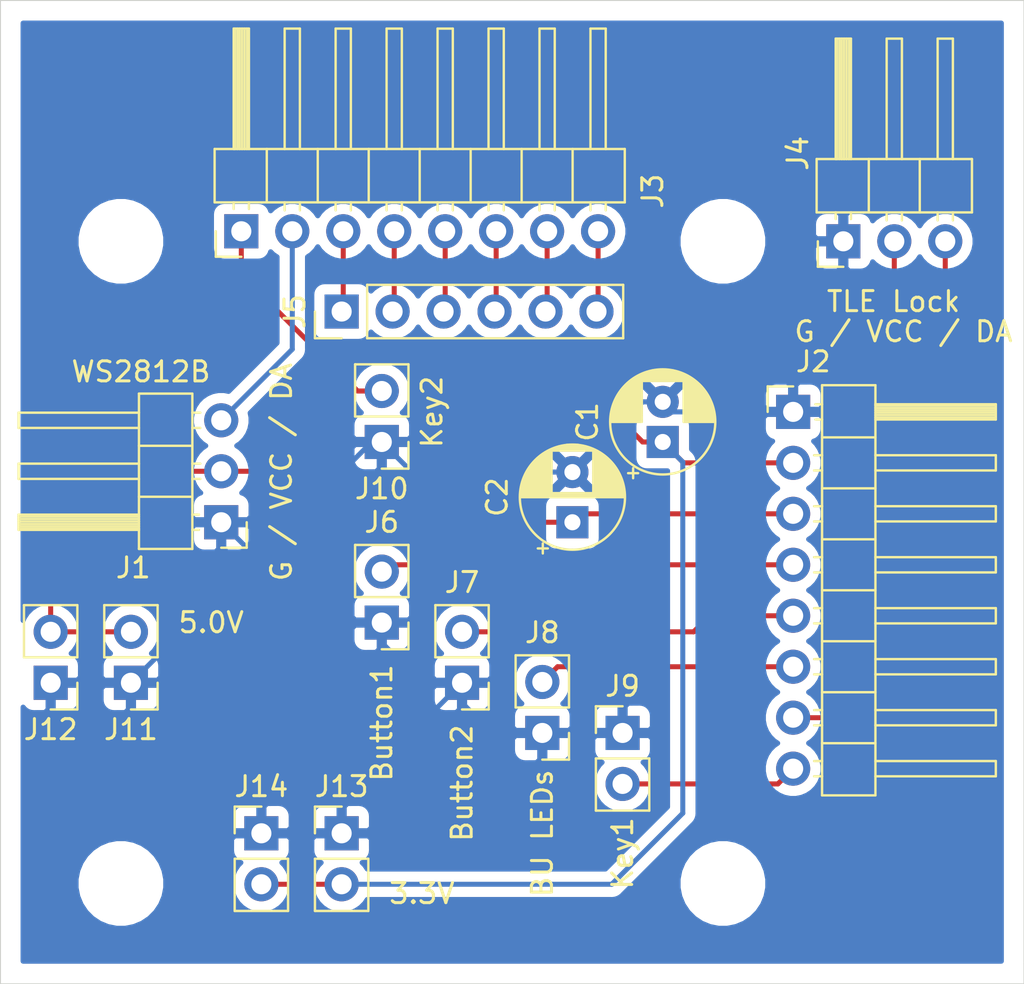
<source format=kicad_pcb>
(kicad_pcb (version 20171130) (host pcbnew 5.1.8+dfsg1-1+b1)

  (general
    (thickness 1.6)
    (drawings 10)
    (tracks 81)
    (zones 0)
    (modules 20)
    (nets 17)
  )

  (page A4)
  (layers
    (0 F.Cu signal)
    (31 B.Cu signal)
    (32 B.Adhes user)
    (33 F.Adhes user)
    (34 B.Paste user)
    (35 F.Paste user)
    (36 B.SilkS user)
    (37 F.SilkS user)
    (38 B.Mask user)
    (39 F.Mask user)
    (40 Dwgs.User user)
    (41 Cmts.User user)
    (42 Eco1.User user)
    (43 Eco2.User user)
    (44 Edge.Cuts user)
    (45 Margin user)
    (46 B.CrtYd user)
    (47 F.CrtYd user)
    (48 B.Fab user)
    (49 F.Fab user)
  )

  (setup
    (last_trace_width 0.25)
    (trace_clearance 0.2)
    (zone_clearance 0.508)
    (zone_45_only no)
    (trace_min 0.2)
    (via_size 0.8)
    (via_drill 0.4)
    (via_min_size 0.4)
    (via_min_drill 0.3)
    (uvia_size 0.3)
    (uvia_drill 0.1)
    (uvias_allowed no)
    (uvia_min_size 0.2)
    (uvia_min_drill 0.1)
    (edge_width 0.05)
    (segment_width 0.2)
    (pcb_text_width 0.3)
    (pcb_text_size 1.5 1.5)
    (mod_edge_width 0.12)
    (mod_text_size 1 1)
    (mod_text_width 0.15)
    (pad_size 1.524 1.524)
    (pad_drill 0.762)
    (pad_to_mask_clearance 0)
    (aux_axis_origin 0 0)
    (visible_elements FFFFFF7F)
    (pcbplotparams
      (layerselection 0x010fc_ffffffff)
      (usegerberextensions false)
      (usegerberattributes false)
      (usegerberadvancedattributes false)
      (creategerberjobfile false)
      (excludeedgelayer true)
      (linewidth 0.100000)
      (plotframeref false)
      (viasonmask false)
      (mode 1)
      (useauxorigin false)
      (hpglpennumber 1)
      (hpglpenspeed 20)
      (hpglpendiameter 15.000000)
      (psnegative false)
      (psa4output false)
      (plotreference true)
      (plotvalue false)
      (plotinvisibletext false)
      (padsonsilk true)
      (subtractmaskfromsilk false)
      (outputformat 1)
      (mirror false)
      (drillshape 0)
      (scaleselection 1)
      (outputdirectory "/tmp/buttons/"))
  )

  (net 0 "")
  (net 1 GND)
  (net 2 +3V3)
  (net 3 +5V)
  (net 4 WS2812B)
  (net 5 KEY_1)
  (net 6 LOCK)
  (net 7 LED_BUTTON)
  (net 8 Button2)
  (net 9 Button1)
  (net 10 "Net-(J3-Pad8)")
  (net 11 "Net-(J3-Pad7)")
  (net 12 "Net-(J3-Pad6)")
  (net 13 "Net-(J3-Pad5)")
  (net 14 "Net-(J3-Pad4)")
  (net 15 "Net-(J3-Pad3)")
  (net 16 KEY_2)

  (net_class Default "This is the default net class."
    (clearance 0.2)
    (trace_width 0.25)
    (via_dia 0.8)
    (via_drill 0.4)
    (uvia_dia 0.3)
    (uvia_drill 0.1)
    (add_net +3V3)
    (add_net +5V)
    (add_net Button1)
    (add_net Button2)
    (add_net GND)
    (add_net KEY_1)
    (add_net KEY_2)
    (add_net LED_BUTTON)
    (add_net LOCK)
    (add_net "Net-(J3-Pad3)")
    (add_net "Net-(J3-Pad4)")
    (add_net "Net-(J3-Pad5)")
    (add_net "Net-(J3-Pad6)")
    (add_net "Net-(J3-Pad7)")
    (add_net "Net-(J3-Pad8)")
    (add_net WS2812B)
  )

  (module Connector_PinHeader_2.54mm:PinHeader_1x02_P2.54mm_Vertical (layer F.Cu) (tedit 59FED5CC) (tstamp 6009CE1C)
    (at 189 131.5)
    (descr "Through hole straight pin header, 1x02, 2.54mm pitch, single row")
    (tags "Through hole pin header THT 1x02 2.54mm single row")
    (path /600E53CC)
    (fp_text reference J14 (at 0 -2.33) (layer F.SilkS)
      (effects (font (size 1 1) (thickness 0.15)))
    )
    (fp_text value F4 (at 0 4.87) (layer F.Fab) hide
      (effects (font (size 1 1) (thickness 0.15)))
    )
    (fp_line (start 1.8 -1.8) (end -1.8 -1.8) (layer F.CrtYd) (width 0.05))
    (fp_line (start 1.8 4.35) (end 1.8 -1.8) (layer F.CrtYd) (width 0.05))
    (fp_line (start -1.8 4.35) (end 1.8 4.35) (layer F.CrtYd) (width 0.05))
    (fp_line (start -1.8 -1.8) (end -1.8 4.35) (layer F.CrtYd) (width 0.05))
    (fp_line (start -1.33 -1.33) (end 0 -1.33) (layer F.SilkS) (width 0.12))
    (fp_line (start -1.33 0) (end -1.33 -1.33) (layer F.SilkS) (width 0.12))
    (fp_line (start -1.33 1.27) (end 1.33 1.27) (layer F.SilkS) (width 0.12))
    (fp_line (start 1.33 1.27) (end 1.33 3.87) (layer F.SilkS) (width 0.12))
    (fp_line (start -1.33 1.27) (end -1.33 3.87) (layer F.SilkS) (width 0.12))
    (fp_line (start -1.33 3.87) (end 1.33 3.87) (layer F.SilkS) (width 0.12))
    (fp_line (start -1.27 -0.635) (end -0.635 -1.27) (layer F.Fab) (width 0.1))
    (fp_line (start -1.27 3.81) (end -1.27 -0.635) (layer F.Fab) (width 0.1))
    (fp_line (start 1.27 3.81) (end -1.27 3.81) (layer F.Fab) (width 0.1))
    (fp_line (start 1.27 -1.27) (end 1.27 3.81) (layer F.Fab) (width 0.1))
    (fp_line (start -0.635 -1.27) (end 1.27 -1.27) (layer F.Fab) (width 0.1))
    (fp_text user %R (at 0 1.27 90) (layer F.Fab)
      (effects (font (size 1 1) (thickness 0.15)))
    )
    (pad 2 thru_hole oval (at 0 2.54) (size 1.7 1.7) (drill 1) (layers *.Cu *.Mask)
      (net 2 +3V3))
    (pad 1 thru_hole rect (at 0 0) (size 1.7 1.7) (drill 1) (layers *.Cu *.Mask)
      (net 1 GND))
    (model ${KISYS3DMOD}/Connector_PinHeader_2.54mm.3dshapes/PinHeader_1x02_P2.54mm_Vertical.wrl
      (at (xyz 0 0 0))
      (scale (xyz 1 1 1))
      (rotate (xyz 0 0 0))
    )
  )

  (module Connector_PinHeader_2.54mm:PinHeader_1x02_P2.54mm_Vertical (layer F.Cu) (tedit 59FED5CC) (tstamp 6009CE06)
    (at 193 131.5)
    (descr "Through hole straight pin header, 1x02, 2.54mm pitch, single row")
    (tags "Through hole pin header THT 1x02 2.54mm single row")
    (path /600E2A91)
    (fp_text reference J13 (at 0 -2.33) (layer F.SilkS)
      (effects (font (size 1 1) (thickness 0.15)))
    )
    (fp_text value F3 (at 0 4.87) (layer F.Fab) hide
      (effects (font (size 1 1) (thickness 0.15)))
    )
    (fp_line (start 1.8 -1.8) (end -1.8 -1.8) (layer F.CrtYd) (width 0.05))
    (fp_line (start 1.8 4.35) (end 1.8 -1.8) (layer F.CrtYd) (width 0.05))
    (fp_line (start -1.8 4.35) (end 1.8 4.35) (layer F.CrtYd) (width 0.05))
    (fp_line (start -1.8 -1.8) (end -1.8 4.35) (layer F.CrtYd) (width 0.05))
    (fp_line (start -1.33 -1.33) (end 0 -1.33) (layer F.SilkS) (width 0.12))
    (fp_line (start -1.33 0) (end -1.33 -1.33) (layer F.SilkS) (width 0.12))
    (fp_line (start -1.33 1.27) (end 1.33 1.27) (layer F.SilkS) (width 0.12))
    (fp_line (start 1.33 1.27) (end 1.33 3.87) (layer F.SilkS) (width 0.12))
    (fp_line (start -1.33 1.27) (end -1.33 3.87) (layer F.SilkS) (width 0.12))
    (fp_line (start -1.33 3.87) (end 1.33 3.87) (layer F.SilkS) (width 0.12))
    (fp_line (start -1.27 -0.635) (end -0.635 -1.27) (layer F.Fab) (width 0.1))
    (fp_line (start -1.27 3.81) (end -1.27 -0.635) (layer F.Fab) (width 0.1))
    (fp_line (start 1.27 3.81) (end -1.27 3.81) (layer F.Fab) (width 0.1))
    (fp_line (start 1.27 -1.27) (end 1.27 3.81) (layer F.Fab) (width 0.1))
    (fp_line (start -0.635 -1.27) (end 1.27 -1.27) (layer F.Fab) (width 0.1))
    (fp_text user %R (at 0 1.27 90) (layer F.Fab)
      (effects (font (size 1 1) (thickness 0.15)))
    )
    (pad 2 thru_hole oval (at 0 2.54) (size 1.7 1.7) (drill 1) (layers *.Cu *.Mask)
      (net 2 +3V3))
    (pad 1 thru_hole rect (at 0 0) (size 1.7 1.7) (drill 1) (layers *.Cu *.Mask)
      (net 1 GND))
    (model ${KISYS3DMOD}/Connector_PinHeader_2.54mm.3dshapes/PinHeader_1x02_P2.54mm_Vertical.wrl
      (at (xyz 0 0 0))
      (scale (xyz 1 1 1))
      (rotate (xyz 0 0 0))
    )
  )

  (module Connector_PinHeader_2.54mm:PinHeader_1x02_P2.54mm_Vertical (layer F.Cu) (tedit 59FED5CC) (tstamp 6009CDF0)
    (at 178.5 124 180)
    (descr "Through hole straight pin header, 1x02, 2.54mm pitch, single row")
    (tags "Through hole pin header THT 1x02 2.54mm single row")
    (path /600E14B4)
    (fp_text reference J12 (at 0 -2.33) (layer F.SilkS)
      (effects (font (size 1 1) (thickness 0.15)))
    )
    (fp_text value F2 (at 0 4.87) (layer F.Fab) hide
      (effects (font (size 1 1) (thickness 0.15)))
    )
    (fp_line (start 1.8 -1.8) (end -1.8 -1.8) (layer F.CrtYd) (width 0.05))
    (fp_line (start 1.8 4.35) (end 1.8 -1.8) (layer F.CrtYd) (width 0.05))
    (fp_line (start -1.8 4.35) (end 1.8 4.35) (layer F.CrtYd) (width 0.05))
    (fp_line (start -1.8 -1.8) (end -1.8 4.35) (layer F.CrtYd) (width 0.05))
    (fp_line (start -1.33 -1.33) (end 0 -1.33) (layer F.SilkS) (width 0.12))
    (fp_line (start -1.33 0) (end -1.33 -1.33) (layer F.SilkS) (width 0.12))
    (fp_line (start -1.33 1.27) (end 1.33 1.27) (layer F.SilkS) (width 0.12))
    (fp_line (start 1.33 1.27) (end 1.33 3.87) (layer F.SilkS) (width 0.12))
    (fp_line (start -1.33 1.27) (end -1.33 3.87) (layer F.SilkS) (width 0.12))
    (fp_line (start -1.33 3.87) (end 1.33 3.87) (layer F.SilkS) (width 0.12))
    (fp_line (start -1.27 -0.635) (end -0.635 -1.27) (layer F.Fab) (width 0.1))
    (fp_line (start -1.27 3.81) (end -1.27 -0.635) (layer F.Fab) (width 0.1))
    (fp_line (start 1.27 3.81) (end -1.27 3.81) (layer F.Fab) (width 0.1))
    (fp_line (start 1.27 -1.27) (end 1.27 3.81) (layer F.Fab) (width 0.1))
    (fp_line (start -0.635 -1.27) (end 1.27 -1.27) (layer F.Fab) (width 0.1))
    (fp_text user %R (at 0 1.27 90) (layer F.Fab)
      (effects (font (size 1 1) (thickness 0.15)))
    )
    (pad 2 thru_hole oval (at 0 2.54 180) (size 1.7 1.7) (drill 1) (layers *.Cu *.Mask)
      (net 3 +5V))
    (pad 1 thru_hole rect (at 0 0 180) (size 1.7 1.7) (drill 1) (layers *.Cu *.Mask)
      (net 1 GND))
    (model ${KISYS3DMOD}/Connector_PinHeader_2.54mm.3dshapes/PinHeader_1x02_P2.54mm_Vertical.wrl
      (at (xyz 0 0 0))
      (scale (xyz 1 1 1))
      (rotate (xyz 0 0 0))
    )
  )

  (module Connector_PinHeader_2.54mm:PinHeader_1x02_P2.54mm_Vertical (layer F.Cu) (tedit 59FED5CC) (tstamp 6009CDDA)
    (at 182.5 124 180)
    (descr "Through hole straight pin header, 1x02, 2.54mm pitch, single row")
    (tags "Through hole pin header THT 1x02 2.54mm single row")
    (path /600DF16B)
    (fp_text reference J11 (at 0 -2.33) (layer F.SilkS)
      (effects (font (size 1 1) (thickness 0.15)))
    )
    (fp_text value F1 (at 0 4.87) (layer F.Fab) hide
      (effects (font (size 1 1) (thickness 0.15)))
    )
    (fp_line (start 1.8 -1.8) (end -1.8 -1.8) (layer F.CrtYd) (width 0.05))
    (fp_line (start 1.8 4.35) (end 1.8 -1.8) (layer F.CrtYd) (width 0.05))
    (fp_line (start -1.8 4.35) (end 1.8 4.35) (layer F.CrtYd) (width 0.05))
    (fp_line (start -1.8 -1.8) (end -1.8 4.35) (layer F.CrtYd) (width 0.05))
    (fp_line (start -1.33 -1.33) (end 0 -1.33) (layer F.SilkS) (width 0.12))
    (fp_line (start -1.33 0) (end -1.33 -1.33) (layer F.SilkS) (width 0.12))
    (fp_line (start -1.33 1.27) (end 1.33 1.27) (layer F.SilkS) (width 0.12))
    (fp_line (start 1.33 1.27) (end 1.33 3.87) (layer F.SilkS) (width 0.12))
    (fp_line (start -1.33 1.27) (end -1.33 3.87) (layer F.SilkS) (width 0.12))
    (fp_line (start -1.33 3.87) (end 1.33 3.87) (layer F.SilkS) (width 0.12))
    (fp_line (start -1.27 -0.635) (end -0.635 -1.27) (layer F.Fab) (width 0.1))
    (fp_line (start -1.27 3.81) (end -1.27 -0.635) (layer F.Fab) (width 0.1))
    (fp_line (start 1.27 3.81) (end -1.27 3.81) (layer F.Fab) (width 0.1))
    (fp_line (start 1.27 -1.27) (end 1.27 3.81) (layer F.Fab) (width 0.1))
    (fp_line (start -0.635 -1.27) (end 1.27 -1.27) (layer F.Fab) (width 0.1))
    (fp_text user %R (at 0 1.27 90) (layer F.Fab)
      (effects (font (size 1 1) (thickness 0.15)))
    )
    (pad 2 thru_hole oval (at 0 2.54 180) (size 1.7 1.7) (drill 1) (layers *.Cu *.Mask)
      (net 3 +5V))
    (pad 1 thru_hole rect (at 0 0 180) (size 1.7 1.7) (drill 1) (layers *.Cu *.Mask)
      (net 1 GND))
    (model ${KISYS3DMOD}/Connector_PinHeader_2.54mm.3dshapes/PinHeader_1x02_P2.54mm_Vertical.wrl
      (at (xyz 0 0 0))
      (scale (xyz 1 1 1))
      (rotate (xyz 0 0 0))
    )
  )

  (module Connector_PinHeader_2.54mm:PinHeader_1x02_P2.54mm_Vertical (layer F.Cu) (tedit 59FED5CC) (tstamp 60099D6E)
    (at 195 112 180)
    (descr "Through hole straight pin header, 1x02, 2.54mm pitch, single row")
    (tags "Through hole pin header THT 1x02 2.54mm single row")
    (path /600B660F)
    (fp_text reference J10 (at 0 -2.33) (layer F.SilkS)
      (effects (font (size 1 1) (thickness 0.15)))
    )
    (fp_text value Key2 (at -2.5 1.5 90) (layer F.SilkS)
      (effects (font (size 1 1) (thickness 0.15)))
    )
    (fp_line (start -0.635 -1.27) (end 1.27 -1.27) (layer F.Fab) (width 0.1))
    (fp_line (start 1.27 -1.27) (end 1.27 3.81) (layer F.Fab) (width 0.1))
    (fp_line (start 1.27 3.81) (end -1.27 3.81) (layer F.Fab) (width 0.1))
    (fp_line (start -1.27 3.81) (end -1.27 -0.635) (layer F.Fab) (width 0.1))
    (fp_line (start -1.27 -0.635) (end -0.635 -1.27) (layer F.Fab) (width 0.1))
    (fp_line (start -1.33 3.87) (end 1.33 3.87) (layer F.SilkS) (width 0.12))
    (fp_line (start -1.33 1.27) (end -1.33 3.87) (layer F.SilkS) (width 0.12))
    (fp_line (start 1.33 1.27) (end 1.33 3.87) (layer F.SilkS) (width 0.12))
    (fp_line (start -1.33 1.27) (end 1.33 1.27) (layer F.SilkS) (width 0.12))
    (fp_line (start -1.33 0) (end -1.33 -1.33) (layer F.SilkS) (width 0.12))
    (fp_line (start -1.33 -1.33) (end 0 -1.33) (layer F.SilkS) (width 0.12))
    (fp_line (start -1.8 -1.8) (end -1.8 4.35) (layer F.CrtYd) (width 0.05))
    (fp_line (start -1.8 4.35) (end 1.8 4.35) (layer F.CrtYd) (width 0.05))
    (fp_line (start 1.8 4.35) (end 1.8 -1.8) (layer F.CrtYd) (width 0.05))
    (fp_line (start 1.8 -1.8) (end -1.8 -1.8) (layer F.CrtYd) (width 0.05))
    (fp_text user %R (at 0 1.27 90) (layer F.Fab)
      (effects (font (size 1 1) (thickness 0.15)))
    )
    (pad 2 thru_hole oval (at 0 2.54 180) (size 1.7 1.7) (drill 1) (layers *.Cu *.Mask)
      (net 16 KEY_2))
    (pad 1 thru_hole rect (at 0 0 180) (size 1.7 1.7) (drill 1) (layers *.Cu *.Mask)
      (net 1 GND))
    (model ${KISYS3DMOD}/Connector_PinHeader_2.54mm.3dshapes/PinHeader_1x02_P2.54mm_Vertical.wrl
      (at (xyz 0 0 0))
      (scale (xyz 1 1 1))
      (rotate (xyz 0 0 0))
    )
  )

  (module Connector_PinHeader_2.54mm:PinHeader_1x02_P2.54mm_Vertical (layer F.Cu) (tedit 59FED5CC) (tstamp 60099D58)
    (at 207 126.5)
    (descr "Through hole straight pin header, 1x02, 2.54mm pitch, single row")
    (tags "Through hole pin header THT 1x02 2.54mm single row")
    (path /600B44C2)
    (fp_text reference J9 (at 0 -2.33) (layer F.SilkS)
      (effects (font (size 1 1) (thickness 0.15)))
    )
    (fp_text value Key1 (at 0 6 270) (layer F.SilkS)
      (effects (font (size 1 1) (thickness 0.15)))
    )
    (fp_line (start -0.635 -1.27) (end 1.27 -1.27) (layer F.Fab) (width 0.1))
    (fp_line (start 1.27 -1.27) (end 1.27 3.81) (layer F.Fab) (width 0.1))
    (fp_line (start 1.27 3.81) (end -1.27 3.81) (layer F.Fab) (width 0.1))
    (fp_line (start -1.27 3.81) (end -1.27 -0.635) (layer F.Fab) (width 0.1))
    (fp_line (start -1.27 -0.635) (end -0.635 -1.27) (layer F.Fab) (width 0.1))
    (fp_line (start -1.33 3.87) (end 1.33 3.87) (layer F.SilkS) (width 0.12))
    (fp_line (start -1.33 1.27) (end -1.33 3.87) (layer F.SilkS) (width 0.12))
    (fp_line (start 1.33 1.27) (end 1.33 3.87) (layer F.SilkS) (width 0.12))
    (fp_line (start -1.33 1.27) (end 1.33 1.27) (layer F.SilkS) (width 0.12))
    (fp_line (start -1.33 0) (end -1.33 -1.33) (layer F.SilkS) (width 0.12))
    (fp_line (start -1.33 -1.33) (end 0 -1.33) (layer F.SilkS) (width 0.12))
    (fp_line (start -1.8 -1.8) (end -1.8 4.35) (layer F.CrtYd) (width 0.05))
    (fp_line (start -1.8 4.35) (end 1.8 4.35) (layer F.CrtYd) (width 0.05))
    (fp_line (start 1.8 4.35) (end 1.8 -1.8) (layer F.CrtYd) (width 0.05))
    (fp_line (start 1.8 -1.8) (end -1.8 -1.8) (layer F.CrtYd) (width 0.05))
    (fp_text user %R (at 0 1.27 90) (layer F.Fab)
      (effects (font (size 1 1) (thickness 0.15)))
    )
    (pad 2 thru_hole oval (at 0 2.54) (size 1.7 1.7) (drill 1) (layers *.Cu *.Mask)
      (net 5 KEY_1))
    (pad 1 thru_hole rect (at 0 0) (size 1.7 1.7) (drill 1) (layers *.Cu *.Mask)
      (net 1 GND))
    (model ${KISYS3DMOD}/Connector_PinHeader_2.54mm.3dshapes/PinHeader_1x02_P2.54mm_Vertical.wrl
      (at (xyz 0 0 0))
      (scale (xyz 1 1 1))
      (rotate (xyz 0 0 0))
    )
  )

  (module Connector_PinHeader_2.54mm:PinHeader_1x02_P2.54mm_Vertical (layer F.Cu) (tedit 59FED5CC) (tstamp 6009BD66)
    (at 203 126.5 180)
    (descr "Through hole straight pin header, 1x02, 2.54mm pitch, single row")
    (tags "Through hole pin header THT 1x02 2.54mm single row")
    (path /600B35C4)
    (fp_text reference J8 (at 0 5) (layer F.SilkS)
      (effects (font (size 1 1) (thickness 0.15)))
    )
    (fp_text value "BU LEDs" (at 0 -5 90) (layer F.SilkS)
      (effects (font (size 1 1) (thickness 0.15)))
    )
    (fp_line (start -0.635 -1.27) (end 1.27 -1.27) (layer F.Fab) (width 0.1))
    (fp_line (start 1.27 -1.27) (end 1.27 3.81) (layer F.Fab) (width 0.1))
    (fp_line (start 1.27 3.81) (end -1.27 3.81) (layer F.Fab) (width 0.1))
    (fp_line (start -1.27 3.81) (end -1.27 -0.635) (layer F.Fab) (width 0.1))
    (fp_line (start -1.27 -0.635) (end -0.635 -1.27) (layer F.Fab) (width 0.1))
    (fp_line (start -1.33 3.87) (end 1.33 3.87) (layer F.SilkS) (width 0.12))
    (fp_line (start -1.33 1.27) (end -1.33 3.87) (layer F.SilkS) (width 0.12))
    (fp_line (start 1.33 1.27) (end 1.33 3.87) (layer F.SilkS) (width 0.12))
    (fp_line (start -1.33 1.27) (end 1.33 1.27) (layer F.SilkS) (width 0.12))
    (fp_line (start -1.33 0) (end -1.33 -1.33) (layer F.SilkS) (width 0.12))
    (fp_line (start -1.33 -1.33) (end 0 -1.33) (layer F.SilkS) (width 0.12))
    (fp_line (start -1.8 -1.8) (end -1.8 4.35) (layer F.CrtYd) (width 0.05))
    (fp_line (start -1.8 4.35) (end 1.8 4.35) (layer F.CrtYd) (width 0.05))
    (fp_line (start 1.8 4.35) (end 1.8 -1.8) (layer F.CrtYd) (width 0.05))
    (fp_line (start 1.8 -1.8) (end -1.8 -1.8) (layer F.CrtYd) (width 0.05))
    (fp_text user %R (at 0 1.27 90) (layer F.Fab)
      (effects (font (size 1 1) (thickness 0.15)))
    )
    (pad 2 thru_hole oval (at 0 2.54 180) (size 1.7 1.7) (drill 1) (layers *.Cu *.Mask)
      (net 7 LED_BUTTON))
    (pad 1 thru_hole rect (at 0 0 180) (size 1.7 1.7) (drill 1) (layers *.Cu *.Mask)
      (net 1 GND))
    (model ${KISYS3DMOD}/Connector_PinHeader_2.54mm.3dshapes/PinHeader_1x02_P2.54mm_Vertical.wrl
      (at (xyz 0 0 0))
      (scale (xyz 1 1 1))
      (rotate (xyz 0 0 0))
    )
  )

  (module Connector_PinHeader_2.54mm:PinHeader_1x02_P2.54mm_Vertical (layer F.Cu) (tedit 59FED5CC) (tstamp 60099D2C)
    (at 199 124 180)
    (descr "Through hole straight pin header, 1x02, 2.54mm pitch, single row")
    (tags "Through hole pin header THT 1x02 2.54mm single row")
    (path /600B2077)
    (fp_text reference J7 (at 0 5) (layer F.SilkS)
      (effects (font (size 1 1) (thickness 0.15)))
    )
    (fp_text value Button2 (at 0 -5 90) (layer F.SilkS)
      (effects (font (size 1 1) (thickness 0.15)))
    )
    (fp_line (start -0.635 -1.27) (end 1.27 -1.27) (layer F.Fab) (width 0.1))
    (fp_line (start 1.27 -1.27) (end 1.27 3.81) (layer F.Fab) (width 0.1))
    (fp_line (start 1.27 3.81) (end -1.27 3.81) (layer F.Fab) (width 0.1))
    (fp_line (start -1.27 3.81) (end -1.27 -0.635) (layer F.Fab) (width 0.1))
    (fp_line (start -1.27 -0.635) (end -0.635 -1.27) (layer F.Fab) (width 0.1))
    (fp_line (start -1.33 3.87) (end 1.33 3.87) (layer F.SilkS) (width 0.12))
    (fp_line (start -1.33 1.27) (end -1.33 3.87) (layer F.SilkS) (width 0.12))
    (fp_line (start 1.33 1.27) (end 1.33 3.87) (layer F.SilkS) (width 0.12))
    (fp_line (start -1.33 1.27) (end 1.33 1.27) (layer F.SilkS) (width 0.12))
    (fp_line (start -1.33 0) (end -1.33 -1.33) (layer F.SilkS) (width 0.12))
    (fp_line (start -1.33 -1.33) (end 0 -1.33) (layer F.SilkS) (width 0.12))
    (fp_line (start -1.8 -1.8) (end -1.8 4.35) (layer F.CrtYd) (width 0.05))
    (fp_line (start -1.8 4.35) (end 1.8 4.35) (layer F.CrtYd) (width 0.05))
    (fp_line (start 1.8 4.35) (end 1.8 -1.8) (layer F.CrtYd) (width 0.05))
    (fp_line (start 1.8 -1.8) (end -1.8 -1.8) (layer F.CrtYd) (width 0.05))
    (fp_text user %R (at 0 1.27 90) (layer F.Fab)
      (effects (font (size 1 1) (thickness 0.15)))
    )
    (pad 2 thru_hole oval (at 0 2.54 180) (size 1.7 1.7) (drill 1) (layers *.Cu *.Mask)
      (net 8 Button2))
    (pad 1 thru_hole rect (at 0 0 180) (size 1.7 1.7) (drill 1) (layers *.Cu *.Mask)
      (net 1 GND))
    (model ${KISYS3DMOD}/Connector_PinHeader_2.54mm.3dshapes/PinHeader_1x02_P2.54mm_Vertical.wrl
      (at (xyz 0 0 0))
      (scale (xyz 1 1 1))
      (rotate (xyz 0 0 0))
    )
  )

  (module Connector_PinHeader_2.54mm:PinHeader_1x02_P2.54mm_Vertical (layer F.Cu) (tedit 59FED5CC) (tstamp 60099D16)
    (at 195 121 180)
    (descr "Through hole straight pin header, 1x02, 2.54mm pitch, single row")
    (tags "Through hole pin header THT 1x02 2.54mm single row")
    (path /600B0748)
    (fp_text reference J6 (at 0 5) (layer F.SilkS)
      (effects (font (size 1 1) (thickness 0.15)))
    )
    (fp_text value Button1 (at 0 -5 90) (layer F.SilkS)
      (effects (font (size 1 1) (thickness 0.15)))
    )
    (fp_line (start -0.635 -1.27) (end 1.27 -1.27) (layer F.Fab) (width 0.1))
    (fp_line (start 1.27 -1.27) (end 1.27 3.81) (layer F.Fab) (width 0.1))
    (fp_line (start 1.27 3.81) (end -1.27 3.81) (layer F.Fab) (width 0.1))
    (fp_line (start -1.27 3.81) (end -1.27 -0.635) (layer F.Fab) (width 0.1))
    (fp_line (start -1.27 -0.635) (end -0.635 -1.27) (layer F.Fab) (width 0.1))
    (fp_line (start -1.33 3.87) (end 1.33 3.87) (layer F.SilkS) (width 0.12))
    (fp_line (start -1.33 1.27) (end -1.33 3.87) (layer F.SilkS) (width 0.12))
    (fp_line (start 1.33 1.27) (end 1.33 3.87) (layer F.SilkS) (width 0.12))
    (fp_line (start -1.33 1.27) (end 1.33 1.27) (layer F.SilkS) (width 0.12))
    (fp_line (start -1.33 0) (end -1.33 -1.33) (layer F.SilkS) (width 0.12))
    (fp_line (start -1.33 -1.33) (end 0 -1.33) (layer F.SilkS) (width 0.12))
    (fp_line (start -1.8 -1.8) (end -1.8 4.35) (layer F.CrtYd) (width 0.05))
    (fp_line (start -1.8 4.35) (end 1.8 4.35) (layer F.CrtYd) (width 0.05))
    (fp_line (start 1.8 4.35) (end 1.8 -1.8) (layer F.CrtYd) (width 0.05))
    (fp_line (start 1.8 -1.8) (end -1.8 -1.8) (layer F.CrtYd) (width 0.05))
    (fp_text user %R (at 0 1.27 90) (layer F.Fab)
      (effects (font (size 1 1) (thickness 0.15)))
    )
    (pad 2 thru_hole oval (at 0 2.54 180) (size 1.7 1.7) (drill 1) (layers *.Cu *.Mask)
      (net 9 Button1))
    (pad 1 thru_hole rect (at 0 0 180) (size 1.7 1.7) (drill 1) (layers *.Cu *.Mask)
      (net 1 GND))
    (model ${KISYS3DMOD}/Connector_PinHeader_2.54mm.3dshapes/PinHeader_1x02_P2.54mm_Vertical.wrl
      (at (xyz 0 0 0))
      (scale (xyz 1 1 1))
      (rotate (xyz 0 0 0))
    )
  )

  (module Connector_PinHeader_2.54mm:PinHeader_1x06_P2.54mm_Vertical (layer F.Cu) (tedit 59FED5CC) (tstamp 60099D00)
    (at 193 105.5 90)
    (descr "Through hole straight pin header, 1x06, 2.54mm pitch, single row")
    (tags "Through hole pin header THT 1x06 2.54mm single row")
    (path /600B9CF2)
    (fp_text reference J5 (at 0 -2.33 90) (layer F.SilkS)
      (effects (font (size 1 1) (thickness 0.15)))
    )
    (fp_text value Future_Use (at 0 15.03 90) (layer F.Fab)
      (effects (font (size 1 1) (thickness 0.15)))
    )
    (fp_line (start -0.635 -1.27) (end 1.27 -1.27) (layer F.Fab) (width 0.1))
    (fp_line (start 1.27 -1.27) (end 1.27 13.97) (layer F.Fab) (width 0.1))
    (fp_line (start 1.27 13.97) (end -1.27 13.97) (layer F.Fab) (width 0.1))
    (fp_line (start -1.27 13.97) (end -1.27 -0.635) (layer F.Fab) (width 0.1))
    (fp_line (start -1.27 -0.635) (end -0.635 -1.27) (layer F.Fab) (width 0.1))
    (fp_line (start -1.33 14.03) (end 1.33 14.03) (layer F.SilkS) (width 0.12))
    (fp_line (start -1.33 1.27) (end -1.33 14.03) (layer F.SilkS) (width 0.12))
    (fp_line (start 1.33 1.27) (end 1.33 14.03) (layer F.SilkS) (width 0.12))
    (fp_line (start -1.33 1.27) (end 1.33 1.27) (layer F.SilkS) (width 0.12))
    (fp_line (start -1.33 0) (end -1.33 -1.33) (layer F.SilkS) (width 0.12))
    (fp_line (start -1.33 -1.33) (end 0 -1.33) (layer F.SilkS) (width 0.12))
    (fp_line (start -1.8 -1.8) (end -1.8 14.5) (layer F.CrtYd) (width 0.05))
    (fp_line (start -1.8 14.5) (end 1.8 14.5) (layer F.CrtYd) (width 0.05))
    (fp_line (start 1.8 14.5) (end 1.8 -1.8) (layer F.CrtYd) (width 0.05))
    (fp_line (start 1.8 -1.8) (end -1.8 -1.8) (layer F.CrtYd) (width 0.05))
    (fp_text user %R (at 0 6.35) (layer F.Fab)
      (effects (font (size 1 1) (thickness 0.15)))
    )
    (pad 6 thru_hole oval (at 0 12.7 90) (size 1.7 1.7) (drill 1) (layers *.Cu *.Mask)
      (net 10 "Net-(J3-Pad8)"))
    (pad 5 thru_hole oval (at 0 10.16 90) (size 1.7 1.7) (drill 1) (layers *.Cu *.Mask)
      (net 11 "Net-(J3-Pad7)"))
    (pad 4 thru_hole oval (at 0 7.62 90) (size 1.7 1.7) (drill 1) (layers *.Cu *.Mask)
      (net 12 "Net-(J3-Pad6)"))
    (pad 3 thru_hole oval (at 0 5.08 90) (size 1.7 1.7) (drill 1) (layers *.Cu *.Mask)
      (net 13 "Net-(J3-Pad5)"))
    (pad 2 thru_hole oval (at 0 2.54 90) (size 1.7 1.7) (drill 1) (layers *.Cu *.Mask)
      (net 14 "Net-(J3-Pad4)"))
    (pad 1 thru_hole rect (at 0 0 90) (size 1.7 1.7) (drill 1) (layers *.Cu *.Mask)
      (net 15 "Net-(J3-Pad3)"))
    (model ${KISYS3DMOD}/Connector_PinHeader_2.54mm.3dshapes/PinHeader_1x06_P2.54mm_Vertical.wrl
      (at (xyz 0 0 0))
      (scale (xyz 1 1 1))
      (rotate (xyz 0 0 0))
    )
  )

  (module Connector_PinHeader_2.54mm:PinHeader_1x03_P2.54mm_Horizontal (layer F.Cu) (tedit 59FED5CB) (tstamp 60099CE6)
    (at 218 102 90)
    (descr "Through hole angled pin header, 1x03, 2.54mm pitch, 6mm pin length, single row")
    (tags "Through hole angled pin header THT 1x03 2.54mm single row")
    (path /600AE428)
    (fp_text reference J4 (at 4.385 -2.27 90) (layer F.SilkS)
      (effects (font (size 1 1) (thickness 0.15)))
    )
    (fp_text value "TLE Lock" (at -3 2.5 180) (layer F.SilkS)
      (effects (font (size 1 1) (thickness 0.15)))
    )
    (fp_line (start 2.135 -1.27) (end 4.04 -1.27) (layer F.Fab) (width 0.1))
    (fp_line (start 4.04 -1.27) (end 4.04 6.35) (layer F.Fab) (width 0.1))
    (fp_line (start 4.04 6.35) (end 1.5 6.35) (layer F.Fab) (width 0.1))
    (fp_line (start 1.5 6.35) (end 1.5 -0.635) (layer F.Fab) (width 0.1))
    (fp_line (start 1.5 -0.635) (end 2.135 -1.27) (layer F.Fab) (width 0.1))
    (fp_line (start -0.32 -0.32) (end 1.5 -0.32) (layer F.Fab) (width 0.1))
    (fp_line (start -0.32 -0.32) (end -0.32 0.32) (layer F.Fab) (width 0.1))
    (fp_line (start -0.32 0.32) (end 1.5 0.32) (layer F.Fab) (width 0.1))
    (fp_line (start 4.04 -0.32) (end 10.04 -0.32) (layer F.Fab) (width 0.1))
    (fp_line (start 10.04 -0.32) (end 10.04 0.32) (layer F.Fab) (width 0.1))
    (fp_line (start 4.04 0.32) (end 10.04 0.32) (layer F.Fab) (width 0.1))
    (fp_line (start -0.32 2.22) (end 1.5 2.22) (layer F.Fab) (width 0.1))
    (fp_line (start -0.32 2.22) (end -0.32 2.86) (layer F.Fab) (width 0.1))
    (fp_line (start -0.32 2.86) (end 1.5 2.86) (layer F.Fab) (width 0.1))
    (fp_line (start 4.04 2.22) (end 10.04 2.22) (layer F.Fab) (width 0.1))
    (fp_line (start 10.04 2.22) (end 10.04 2.86) (layer F.Fab) (width 0.1))
    (fp_line (start 4.04 2.86) (end 10.04 2.86) (layer F.Fab) (width 0.1))
    (fp_line (start -0.32 4.76) (end 1.5 4.76) (layer F.Fab) (width 0.1))
    (fp_line (start -0.32 4.76) (end -0.32 5.4) (layer F.Fab) (width 0.1))
    (fp_line (start -0.32 5.4) (end 1.5 5.4) (layer F.Fab) (width 0.1))
    (fp_line (start 4.04 4.76) (end 10.04 4.76) (layer F.Fab) (width 0.1))
    (fp_line (start 10.04 4.76) (end 10.04 5.4) (layer F.Fab) (width 0.1))
    (fp_line (start 4.04 5.4) (end 10.04 5.4) (layer F.Fab) (width 0.1))
    (fp_line (start 1.44 -1.33) (end 1.44 6.41) (layer F.SilkS) (width 0.12))
    (fp_line (start 1.44 6.41) (end 4.1 6.41) (layer F.SilkS) (width 0.12))
    (fp_line (start 4.1 6.41) (end 4.1 -1.33) (layer F.SilkS) (width 0.12))
    (fp_line (start 4.1 -1.33) (end 1.44 -1.33) (layer F.SilkS) (width 0.12))
    (fp_line (start 4.1 -0.38) (end 10.1 -0.38) (layer F.SilkS) (width 0.12))
    (fp_line (start 10.1 -0.38) (end 10.1 0.38) (layer F.SilkS) (width 0.12))
    (fp_line (start 10.1 0.38) (end 4.1 0.38) (layer F.SilkS) (width 0.12))
    (fp_line (start 4.1 -0.32) (end 10.1 -0.32) (layer F.SilkS) (width 0.12))
    (fp_line (start 4.1 -0.2) (end 10.1 -0.2) (layer F.SilkS) (width 0.12))
    (fp_line (start 4.1 -0.08) (end 10.1 -0.08) (layer F.SilkS) (width 0.12))
    (fp_line (start 4.1 0.04) (end 10.1 0.04) (layer F.SilkS) (width 0.12))
    (fp_line (start 4.1 0.16) (end 10.1 0.16) (layer F.SilkS) (width 0.12))
    (fp_line (start 4.1 0.28) (end 10.1 0.28) (layer F.SilkS) (width 0.12))
    (fp_line (start 1.11 -0.38) (end 1.44 -0.38) (layer F.SilkS) (width 0.12))
    (fp_line (start 1.11 0.38) (end 1.44 0.38) (layer F.SilkS) (width 0.12))
    (fp_line (start 1.44 1.27) (end 4.1 1.27) (layer F.SilkS) (width 0.12))
    (fp_line (start 4.1 2.16) (end 10.1 2.16) (layer F.SilkS) (width 0.12))
    (fp_line (start 10.1 2.16) (end 10.1 2.92) (layer F.SilkS) (width 0.12))
    (fp_line (start 10.1 2.92) (end 4.1 2.92) (layer F.SilkS) (width 0.12))
    (fp_line (start 1.042929 2.16) (end 1.44 2.16) (layer F.SilkS) (width 0.12))
    (fp_line (start 1.042929 2.92) (end 1.44 2.92) (layer F.SilkS) (width 0.12))
    (fp_line (start 1.44 3.81) (end 4.1 3.81) (layer F.SilkS) (width 0.12))
    (fp_line (start 4.1 4.7) (end 10.1 4.7) (layer F.SilkS) (width 0.12))
    (fp_line (start 10.1 4.7) (end 10.1 5.46) (layer F.SilkS) (width 0.12))
    (fp_line (start 10.1 5.46) (end 4.1 5.46) (layer F.SilkS) (width 0.12))
    (fp_line (start 1.042929 4.7) (end 1.44 4.7) (layer F.SilkS) (width 0.12))
    (fp_line (start 1.042929 5.46) (end 1.44 5.46) (layer F.SilkS) (width 0.12))
    (fp_line (start -1.27 0) (end -1.27 -1.27) (layer F.SilkS) (width 0.12))
    (fp_line (start -1.27 -1.27) (end 0 -1.27) (layer F.SilkS) (width 0.12))
    (fp_line (start -1.8 -1.8) (end -1.8 6.85) (layer F.CrtYd) (width 0.05))
    (fp_line (start -1.8 6.85) (end 10.55 6.85) (layer F.CrtYd) (width 0.05))
    (fp_line (start 10.55 6.85) (end 10.55 -1.8) (layer F.CrtYd) (width 0.05))
    (fp_line (start 10.55 -1.8) (end -1.8 -1.8) (layer F.CrtYd) (width 0.05))
    (fp_text user %R (at 2.77 2.54) (layer F.Fab)
      (effects (font (size 1 1) (thickness 0.15)))
    )
    (pad 3 thru_hole oval (at 0 5.08 90) (size 1.7 1.7) (drill 1) (layers *.Cu *.Mask)
      (net 6 LOCK))
    (pad 2 thru_hole oval (at 0 2.54 90) (size 1.7 1.7) (drill 1) (layers *.Cu *.Mask)
      (net 2 +3V3))
    (pad 1 thru_hole rect (at 0 0 90) (size 1.7 1.7) (drill 1) (layers *.Cu *.Mask)
      (net 1 GND))
    (model ${KISYS3DMOD}/Connector_PinHeader_2.54mm.3dshapes/PinHeader_1x03_P2.54mm_Horizontal.wrl
      (at (xyz 0 0 0))
      (scale (xyz 1 1 1))
      (rotate (xyz 0 0 0))
    )
  )

  (module Connector_PinHeader_2.54mm:PinHeader_1x08_P2.54mm_Horizontal (layer F.Cu) (tedit 59FED5CB) (tstamp 60099CA6)
    (at 188 101.5 90)
    (descr "Through hole angled pin header, 1x08, 2.54mm pitch, 6mm pin length, single row")
    (tags "Through hole angled pin header THT 1x08 2.54mm single row")
    (path /600A9F03)
    (fp_text reference J3 (at 2 20.5 90) (layer F.SilkS)
      (effects (font (size 1 1) (thickness 0.15)))
    )
    (fp_text value C2 (at 4.385 20.05 90) (layer F.Fab)
      (effects (font (size 1 1) (thickness 0.15)))
    )
    (fp_line (start 2.135 -1.27) (end 4.04 -1.27) (layer F.Fab) (width 0.1))
    (fp_line (start 4.04 -1.27) (end 4.04 19.05) (layer F.Fab) (width 0.1))
    (fp_line (start 4.04 19.05) (end 1.5 19.05) (layer F.Fab) (width 0.1))
    (fp_line (start 1.5 19.05) (end 1.5 -0.635) (layer F.Fab) (width 0.1))
    (fp_line (start 1.5 -0.635) (end 2.135 -1.27) (layer F.Fab) (width 0.1))
    (fp_line (start -0.32 -0.32) (end 1.5 -0.32) (layer F.Fab) (width 0.1))
    (fp_line (start -0.32 -0.32) (end -0.32 0.32) (layer F.Fab) (width 0.1))
    (fp_line (start -0.32 0.32) (end 1.5 0.32) (layer F.Fab) (width 0.1))
    (fp_line (start 4.04 -0.32) (end 10.04 -0.32) (layer F.Fab) (width 0.1))
    (fp_line (start 10.04 -0.32) (end 10.04 0.32) (layer F.Fab) (width 0.1))
    (fp_line (start 4.04 0.32) (end 10.04 0.32) (layer F.Fab) (width 0.1))
    (fp_line (start -0.32 2.22) (end 1.5 2.22) (layer F.Fab) (width 0.1))
    (fp_line (start -0.32 2.22) (end -0.32 2.86) (layer F.Fab) (width 0.1))
    (fp_line (start -0.32 2.86) (end 1.5 2.86) (layer F.Fab) (width 0.1))
    (fp_line (start 4.04 2.22) (end 10.04 2.22) (layer F.Fab) (width 0.1))
    (fp_line (start 10.04 2.22) (end 10.04 2.86) (layer F.Fab) (width 0.1))
    (fp_line (start 4.04 2.86) (end 10.04 2.86) (layer F.Fab) (width 0.1))
    (fp_line (start -0.32 4.76) (end 1.5 4.76) (layer F.Fab) (width 0.1))
    (fp_line (start -0.32 4.76) (end -0.32 5.4) (layer F.Fab) (width 0.1))
    (fp_line (start -0.32 5.4) (end 1.5 5.4) (layer F.Fab) (width 0.1))
    (fp_line (start 4.04 4.76) (end 10.04 4.76) (layer F.Fab) (width 0.1))
    (fp_line (start 10.04 4.76) (end 10.04 5.4) (layer F.Fab) (width 0.1))
    (fp_line (start 4.04 5.4) (end 10.04 5.4) (layer F.Fab) (width 0.1))
    (fp_line (start -0.32 7.3) (end 1.5 7.3) (layer F.Fab) (width 0.1))
    (fp_line (start -0.32 7.3) (end -0.32 7.94) (layer F.Fab) (width 0.1))
    (fp_line (start -0.32 7.94) (end 1.5 7.94) (layer F.Fab) (width 0.1))
    (fp_line (start 4.04 7.3) (end 10.04 7.3) (layer F.Fab) (width 0.1))
    (fp_line (start 10.04 7.3) (end 10.04 7.94) (layer F.Fab) (width 0.1))
    (fp_line (start 4.04 7.94) (end 10.04 7.94) (layer F.Fab) (width 0.1))
    (fp_line (start -0.32 9.84) (end 1.5 9.84) (layer F.Fab) (width 0.1))
    (fp_line (start -0.32 9.84) (end -0.32 10.48) (layer F.Fab) (width 0.1))
    (fp_line (start -0.32 10.48) (end 1.5 10.48) (layer F.Fab) (width 0.1))
    (fp_line (start 4.04 9.84) (end 10.04 9.84) (layer F.Fab) (width 0.1))
    (fp_line (start 10.04 9.84) (end 10.04 10.48) (layer F.Fab) (width 0.1))
    (fp_line (start 4.04 10.48) (end 10.04 10.48) (layer F.Fab) (width 0.1))
    (fp_line (start -0.32 12.38) (end 1.5 12.38) (layer F.Fab) (width 0.1))
    (fp_line (start -0.32 12.38) (end -0.32 13.02) (layer F.Fab) (width 0.1))
    (fp_line (start -0.32 13.02) (end 1.5 13.02) (layer F.Fab) (width 0.1))
    (fp_line (start 4.04 12.38) (end 10.04 12.38) (layer F.Fab) (width 0.1))
    (fp_line (start 10.04 12.38) (end 10.04 13.02) (layer F.Fab) (width 0.1))
    (fp_line (start 4.04 13.02) (end 10.04 13.02) (layer F.Fab) (width 0.1))
    (fp_line (start -0.32 14.92) (end 1.5 14.92) (layer F.Fab) (width 0.1))
    (fp_line (start -0.32 14.92) (end -0.32 15.56) (layer F.Fab) (width 0.1))
    (fp_line (start -0.32 15.56) (end 1.5 15.56) (layer F.Fab) (width 0.1))
    (fp_line (start 4.04 14.92) (end 10.04 14.92) (layer F.Fab) (width 0.1))
    (fp_line (start 10.04 14.92) (end 10.04 15.56) (layer F.Fab) (width 0.1))
    (fp_line (start 4.04 15.56) (end 10.04 15.56) (layer F.Fab) (width 0.1))
    (fp_line (start -0.32 17.46) (end 1.5 17.46) (layer F.Fab) (width 0.1))
    (fp_line (start -0.32 17.46) (end -0.32 18.1) (layer F.Fab) (width 0.1))
    (fp_line (start -0.32 18.1) (end 1.5 18.1) (layer F.Fab) (width 0.1))
    (fp_line (start 4.04 17.46) (end 10.04 17.46) (layer F.Fab) (width 0.1))
    (fp_line (start 10.04 17.46) (end 10.04 18.1) (layer F.Fab) (width 0.1))
    (fp_line (start 4.04 18.1) (end 10.04 18.1) (layer F.Fab) (width 0.1))
    (fp_line (start 1.44 -1.33) (end 1.44 19.11) (layer F.SilkS) (width 0.12))
    (fp_line (start 1.44 19.11) (end 4.1 19.11) (layer F.SilkS) (width 0.12))
    (fp_line (start 4.1 19.11) (end 4.1 -1.33) (layer F.SilkS) (width 0.12))
    (fp_line (start 4.1 -1.33) (end 1.44 -1.33) (layer F.SilkS) (width 0.12))
    (fp_line (start 4.1 -0.38) (end 10.1 -0.38) (layer F.SilkS) (width 0.12))
    (fp_line (start 10.1 -0.38) (end 10.1 0.38) (layer F.SilkS) (width 0.12))
    (fp_line (start 10.1 0.38) (end 4.1 0.38) (layer F.SilkS) (width 0.12))
    (fp_line (start 4.1 -0.32) (end 10.1 -0.32) (layer F.SilkS) (width 0.12))
    (fp_line (start 4.1 -0.2) (end 10.1 -0.2) (layer F.SilkS) (width 0.12))
    (fp_line (start 4.1 -0.08) (end 10.1 -0.08) (layer F.SilkS) (width 0.12))
    (fp_line (start 4.1 0.04) (end 10.1 0.04) (layer F.SilkS) (width 0.12))
    (fp_line (start 4.1 0.16) (end 10.1 0.16) (layer F.SilkS) (width 0.12))
    (fp_line (start 4.1 0.28) (end 10.1 0.28) (layer F.SilkS) (width 0.12))
    (fp_line (start 1.11 -0.38) (end 1.44 -0.38) (layer F.SilkS) (width 0.12))
    (fp_line (start 1.11 0.38) (end 1.44 0.38) (layer F.SilkS) (width 0.12))
    (fp_line (start 1.44 1.27) (end 4.1 1.27) (layer F.SilkS) (width 0.12))
    (fp_line (start 4.1 2.16) (end 10.1 2.16) (layer F.SilkS) (width 0.12))
    (fp_line (start 10.1 2.16) (end 10.1 2.92) (layer F.SilkS) (width 0.12))
    (fp_line (start 10.1 2.92) (end 4.1 2.92) (layer F.SilkS) (width 0.12))
    (fp_line (start 1.042929 2.16) (end 1.44 2.16) (layer F.SilkS) (width 0.12))
    (fp_line (start 1.042929 2.92) (end 1.44 2.92) (layer F.SilkS) (width 0.12))
    (fp_line (start 1.44 3.81) (end 4.1 3.81) (layer F.SilkS) (width 0.12))
    (fp_line (start 4.1 4.7) (end 10.1 4.7) (layer F.SilkS) (width 0.12))
    (fp_line (start 10.1 4.7) (end 10.1 5.46) (layer F.SilkS) (width 0.12))
    (fp_line (start 10.1 5.46) (end 4.1 5.46) (layer F.SilkS) (width 0.12))
    (fp_line (start 1.042929 4.7) (end 1.44 4.7) (layer F.SilkS) (width 0.12))
    (fp_line (start 1.042929 5.46) (end 1.44 5.46) (layer F.SilkS) (width 0.12))
    (fp_line (start 1.44 6.35) (end 4.1 6.35) (layer F.SilkS) (width 0.12))
    (fp_line (start 4.1 7.24) (end 10.1 7.24) (layer F.SilkS) (width 0.12))
    (fp_line (start 10.1 7.24) (end 10.1 8) (layer F.SilkS) (width 0.12))
    (fp_line (start 10.1 8) (end 4.1 8) (layer F.SilkS) (width 0.12))
    (fp_line (start 1.042929 7.24) (end 1.44 7.24) (layer F.SilkS) (width 0.12))
    (fp_line (start 1.042929 8) (end 1.44 8) (layer F.SilkS) (width 0.12))
    (fp_line (start 1.44 8.89) (end 4.1 8.89) (layer F.SilkS) (width 0.12))
    (fp_line (start 4.1 9.78) (end 10.1 9.78) (layer F.SilkS) (width 0.12))
    (fp_line (start 10.1 9.78) (end 10.1 10.54) (layer F.SilkS) (width 0.12))
    (fp_line (start 10.1 10.54) (end 4.1 10.54) (layer F.SilkS) (width 0.12))
    (fp_line (start 1.042929 9.78) (end 1.44 9.78) (layer F.SilkS) (width 0.12))
    (fp_line (start 1.042929 10.54) (end 1.44 10.54) (layer F.SilkS) (width 0.12))
    (fp_line (start 1.44 11.43) (end 4.1 11.43) (layer F.SilkS) (width 0.12))
    (fp_line (start 4.1 12.32) (end 10.1 12.32) (layer F.SilkS) (width 0.12))
    (fp_line (start 10.1 12.32) (end 10.1 13.08) (layer F.SilkS) (width 0.12))
    (fp_line (start 10.1 13.08) (end 4.1 13.08) (layer F.SilkS) (width 0.12))
    (fp_line (start 1.042929 12.32) (end 1.44 12.32) (layer F.SilkS) (width 0.12))
    (fp_line (start 1.042929 13.08) (end 1.44 13.08) (layer F.SilkS) (width 0.12))
    (fp_line (start 1.44 13.97) (end 4.1 13.97) (layer F.SilkS) (width 0.12))
    (fp_line (start 4.1 14.86) (end 10.1 14.86) (layer F.SilkS) (width 0.12))
    (fp_line (start 10.1 14.86) (end 10.1 15.62) (layer F.SilkS) (width 0.12))
    (fp_line (start 10.1 15.62) (end 4.1 15.62) (layer F.SilkS) (width 0.12))
    (fp_line (start 1.042929 14.86) (end 1.44 14.86) (layer F.SilkS) (width 0.12))
    (fp_line (start 1.042929 15.62) (end 1.44 15.62) (layer F.SilkS) (width 0.12))
    (fp_line (start 1.44 16.51) (end 4.1 16.51) (layer F.SilkS) (width 0.12))
    (fp_line (start 4.1 17.4) (end 10.1 17.4) (layer F.SilkS) (width 0.12))
    (fp_line (start 10.1 17.4) (end 10.1 18.16) (layer F.SilkS) (width 0.12))
    (fp_line (start 10.1 18.16) (end 4.1 18.16) (layer F.SilkS) (width 0.12))
    (fp_line (start 1.042929 17.4) (end 1.44 17.4) (layer F.SilkS) (width 0.12))
    (fp_line (start 1.042929 18.16) (end 1.44 18.16) (layer F.SilkS) (width 0.12))
    (fp_line (start -1.27 0) (end -1.27 -1.27) (layer F.SilkS) (width 0.12))
    (fp_line (start -1.27 -1.27) (end 0 -1.27) (layer F.SilkS) (width 0.12))
    (fp_line (start -1.8 -1.8) (end -1.8 19.55) (layer F.CrtYd) (width 0.05))
    (fp_line (start -1.8 19.55) (end 10.55 19.55) (layer F.CrtYd) (width 0.05))
    (fp_line (start 10.55 19.55) (end 10.55 -1.8) (layer F.CrtYd) (width 0.05))
    (fp_line (start 10.55 -1.8) (end -1.8 -1.8) (layer F.CrtYd) (width 0.05))
    (fp_text user %R (at 2.77 8.89) (layer F.Fab)
      (effects (font (size 1 1) (thickness 0.15)))
    )
    (pad 8 thru_hole oval (at 0 17.78 90) (size 1.7 1.7) (drill 1) (layers *.Cu *.Mask)
      (net 10 "Net-(J3-Pad8)"))
    (pad 7 thru_hole oval (at 0 15.24 90) (size 1.7 1.7) (drill 1) (layers *.Cu *.Mask)
      (net 11 "Net-(J3-Pad7)"))
    (pad 6 thru_hole oval (at 0 12.7 90) (size 1.7 1.7) (drill 1) (layers *.Cu *.Mask)
      (net 12 "Net-(J3-Pad6)"))
    (pad 5 thru_hole oval (at 0 10.16 90) (size 1.7 1.7) (drill 1) (layers *.Cu *.Mask)
      (net 13 "Net-(J3-Pad5)"))
    (pad 4 thru_hole oval (at 0 7.62 90) (size 1.7 1.7) (drill 1) (layers *.Cu *.Mask)
      (net 14 "Net-(J3-Pad4)"))
    (pad 3 thru_hole oval (at 0 5.08 90) (size 1.7 1.7) (drill 1) (layers *.Cu *.Mask)
      (net 15 "Net-(J3-Pad3)"))
    (pad 2 thru_hole oval (at 0 2.54 90) (size 1.7 1.7) (drill 1) (layers *.Cu *.Mask)
      (net 4 WS2812B))
    (pad 1 thru_hole rect (at 0 0 90) (size 1.7 1.7) (drill 1) (layers *.Cu *.Mask)
      (net 16 KEY_2))
    (model ${KISYS3DMOD}/Connector_PinHeader_2.54mm.3dshapes/PinHeader_1x08_P2.54mm_Horizontal.wrl
      (at (xyz 0 0 0))
      (scale (xyz 1 1 1))
      (rotate (xyz 0 0 0))
    )
  )

  (module Connector_PinHeader_2.54mm:PinHeader_1x08_P2.54mm_Horizontal (layer F.Cu) (tedit 59FED5CB) (tstamp 60099C25)
    (at 215.5 110.5)
    (descr "Through hole angled pin header, 1x08, 2.54mm pitch, 6mm pin length, single row")
    (tags "Through hole angled pin header THT 1x08 2.54mm single row")
    (path /600A916D)
    (fp_text reference J2 (at 1 -2.5) (layer F.SilkS)
      (effects (font (size 1 1) (thickness 0.15)))
    )
    (fp_text value C1 (at -1 -2.5) (layer F.Fab)
      (effects (font (size 1 1) (thickness 0.15)))
    )
    (fp_line (start 2.135 -1.27) (end 4.04 -1.27) (layer F.Fab) (width 0.1))
    (fp_line (start 4.04 -1.27) (end 4.04 19.05) (layer F.Fab) (width 0.1))
    (fp_line (start 4.04 19.05) (end 1.5 19.05) (layer F.Fab) (width 0.1))
    (fp_line (start 1.5 19.05) (end 1.5 -0.635) (layer F.Fab) (width 0.1))
    (fp_line (start 1.5 -0.635) (end 2.135 -1.27) (layer F.Fab) (width 0.1))
    (fp_line (start -0.32 -0.32) (end 1.5 -0.32) (layer F.Fab) (width 0.1))
    (fp_line (start -0.32 -0.32) (end -0.32 0.32) (layer F.Fab) (width 0.1))
    (fp_line (start -0.32 0.32) (end 1.5 0.32) (layer F.Fab) (width 0.1))
    (fp_line (start 4.04 -0.32) (end 10.04 -0.32) (layer F.Fab) (width 0.1))
    (fp_line (start 10.04 -0.32) (end 10.04 0.32) (layer F.Fab) (width 0.1))
    (fp_line (start 4.04 0.32) (end 10.04 0.32) (layer F.Fab) (width 0.1))
    (fp_line (start -0.32 2.22) (end 1.5 2.22) (layer F.Fab) (width 0.1))
    (fp_line (start -0.32 2.22) (end -0.32 2.86) (layer F.Fab) (width 0.1))
    (fp_line (start -0.32 2.86) (end 1.5 2.86) (layer F.Fab) (width 0.1))
    (fp_line (start 4.04 2.22) (end 10.04 2.22) (layer F.Fab) (width 0.1))
    (fp_line (start 10.04 2.22) (end 10.04 2.86) (layer F.Fab) (width 0.1))
    (fp_line (start 4.04 2.86) (end 10.04 2.86) (layer F.Fab) (width 0.1))
    (fp_line (start -0.32 4.76) (end 1.5 4.76) (layer F.Fab) (width 0.1))
    (fp_line (start -0.32 4.76) (end -0.32 5.4) (layer F.Fab) (width 0.1))
    (fp_line (start -0.32 5.4) (end 1.5 5.4) (layer F.Fab) (width 0.1))
    (fp_line (start 4.04 4.76) (end 10.04 4.76) (layer F.Fab) (width 0.1))
    (fp_line (start 10.04 4.76) (end 10.04 5.4) (layer F.Fab) (width 0.1))
    (fp_line (start 4.04 5.4) (end 10.04 5.4) (layer F.Fab) (width 0.1))
    (fp_line (start -0.32 7.3) (end 1.5 7.3) (layer F.Fab) (width 0.1))
    (fp_line (start -0.32 7.3) (end -0.32 7.94) (layer F.Fab) (width 0.1))
    (fp_line (start -0.32 7.94) (end 1.5 7.94) (layer F.Fab) (width 0.1))
    (fp_line (start 4.04 7.3) (end 10.04 7.3) (layer F.Fab) (width 0.1))
    (fp_line (start 10.04 7.3) (end 10.04 7.94) (layer F.Fab) (width 0.1))
    (fp_line (start 4.04 7.94) (end 10.04 7.94) (layer F.Fab) (width 0.1))
    (fp_line (start -0.32 9.84) (end 1.5 9.84) (layer F.Fab) (width 0.1))
    (fp_line (start -0.32 9.84) (end -0.32 10.48) (layer F.Fab) (width 0.1))
    (fp_line (start -0.32 10.48) (end 1.5 10.48) (layer F.Fab) (width 0.1))
    (fp_line (start 4.04 9.84) (end 10.04 9.84) (layer F.Fab) (width 0.1))
    (fp_line (start 10.04 9.84) (end 10.04 10.48) (layer F.Fab) (width 0.1))
    (fp_line (start 4.04 10.48) (end 10.04 10.48) (layer F.Fab) (width 0.1))
    (fp_line (start -0.32 12.38) (end 1.5 12.38) (layer F.Fab) (width 0.1))
    (fp_line (start -0.32 12.38) (end -0.32 13.02) (layer F.Fab) (width 0.1))
    (fp_line (start -0.32 13.02) (end 1.5 13.02) (layer F.Fab) (width 0.1))
    (fp_line (start 4.04 12.38) (end 10.04 12.38) (layer F.Fab) (width 0.1))
    (fp_line (start 10.04 12.38) (end 10.04 13.02) (layer F.Fab) (width 0.1))
    (fp_line (start 4.04 13.02) (end 10.04 13.02) (layer F.Fab) (width 0.1))
    (fp_line (start -0.32 14.92) (end 1.5 14.92) (layer F.Fab) (width 0.1))
    (fp_line (start -0.32 14.92) (end -0.32 15.56) (layer F.Fab) (width 0.1))
    (fp_line (start -0.32 15.56) (end 1.5 15.56) (layer F.Fab) (width 0.1))
    (fp_line (start 4.04 14.92) (end 10.04 14.92) (layer F.Fab) (width 0.1))
    (fp_line (start 10.04 14.92) (end 10.04 15.56) (layer F.Fab) (width 0.1))
    (fp_line (start 4.04 15.56) (end 10.04 15.56) (layer F.Fab) (width 0.1))
    (fp_line (start -0.32 17.46) (end 1.5 17.46) (layer F.Fab) (width 0.1))
    (fp_line (start -0.32 17.46) (end -0.32 18.1) (layer F.Fab) (width 0.1))
    (fp_line (start -0.32 18.1) (end 1.5 18.1) (layer F.Fab) (width 0.1))
    (fp_line (start 4.04 17.46) (end 10.04 17.46) (layer F.Fab) (width 0.1))
    (fp_line (start 10.04 17.46) (end 10.04 18.1) (layer F.Fab) (width 0.1))
    (fp_line (start 4.04 18.1) (end 10.04 18.1) (layer F.Fab) (width 0.1))
    (fp_line (start 1.44 -1.33) (end 1.44 19.11) (layer F.SilkS) (width 0.12))
    (fp_line (start 1.44 19.11) (end 4.1 19.11) (layer F.SilkS) (width 0.12))
    (fp_line (start 4.1 19.11) (end 4.1 -1.33) (layer F.SilkS) (width 0.12))
    (fp_line (start 4.1 -1.33) (end 1.44 -1.33) (layer F.SilkS) (width 0.12))
    (fp_line (start 4.1 -0.38) (end 10.1 -0.38) (layer F.SilkS) (width 0.12))
    (fp_line (start 10.1 -0.38) (end 10.1 0.38) (layer F.SilkS) (width 0.12))
    (fp_line (start 10.1 0.38) (end 4.1 0.38) (layer F.SilkS) (width 0.12))
    (fp_line (start 4.1 -0.32) (end 10.1 -0.32) (layer F.SilkS) (width 0.12))
    (fp_line (start 4.1 -0.2) (end 10.1 -0.2) (layer F.SilkS) (width 0.12))
    (fp_line (start 4.1 -0.08) (end 10.1 -0.08) (layer F.SilkS) (width 0.12))
    (fp_line (start 4.1 0.04) (end 10.1 0.04) (layer F.SilkS) (width 0.12))
    (fp_line (start 4.1 0.16) (end 10.1 0.16) (layer F.SilkS) (width 0.12))
    (fp_line (start 4.1 0.28) (end 10.1 0.28) (layer F.SilkS) (width 0.12))
    (fp_line (start 1.11 -0.38) (end 1.44 -0.38) (layer F.SilkS) (width 0.12))
    (fp_line (start 1.11 0.38) (end 1.44 0.38) (layer F.SilkS) (width 0.12))
    (fp_line (start 1.44 1.27) (end 4.1 1.27) (layer F.SilkS) (width 0.12))
    (fp_line (start 4.1 2.16) (end 10.1 2.16) (layer F.SilkS) (width 0.12))
    (fp_line (start 10.1 2.16) (end 10.1 2.92) (layer F.SilkS) (width 0.12))
    (fp_line (start 10.1 2.92) (end 4.1 2.92) (layer F.SilkS) (width 0.12))
    (fp_line (start 1.042929 2.16) (end 1.44 2.16) (layer F.SilkS) (width 0.12))
    (fp_line (start 1.042929 2.92) (end 1.44 2.92) (layer F.SilkS) (width 0.12))
    (fp_line (start 1.44 3.81) (end 4.1 3.81) (layer F.SilkS) (width 0.12))
    (fp_line (start 4.1 4.7) (end 10.1 4.7) (layer F.SilkS) (width 0.12))
    (fp_line (start 10.1 4.7) (end 10.1 5.46) (layer F.SilkS) (width 0.12))
    (fp_line (start 10.1 5.46) (end 4.1 5.46) (layer F.SilkS) (width 0.12))
    (fp_line (start 1.042929 4.7) (end 1.44 4.7) (layer F.SilkS) (width 0.12))
    (fp_line (start 1.042929 5.46) (end 1.44 5.46) (layer F.SilkS) (width 0.12))
    (fp_line (start 1.44 6.35) (end 4.1 6.35) (layer F.SilkS) (width 0.12))
    (fp_line (start 4.1 7.24) (end 10.1 7.24) (layer F.SilkS) (width 0.12))
    (fp_line (start 10.1 7.24) (end 10.1 8) (layer F.SilkS) (width 0.12))
    (fp_line (start 10.1 8) (end 4.1 8) (layer F.SilkS) (width 0.12))
    (fp_line (start 1.042929 7.24) (end 1.44 7.24) (layer F.SilkS) (width 0.12))
    (fp_line (start 1.042929 8) (end 1.44 8) (layer F.SilkS) (width 0.12))
    (fp_line (start 1.44 8.89) (end 4.1 8.89) (layer F.SilkS) (width 0.12))
    (fp_line (start 4.1 9.78) (end 10.1 9.78) (layer F.SilkS) (width 0.12))
    (fp_line (start 10.1 9.78) (end 10.1 10.54) (layer F.SilkS) (width 0.12))
    (fp_line (start 10.1 10.54) (end 4.1 10.54) (layer F.SilkS) (width 0.12))
    (fp_line (start 1.042929 9.78) (end 1.44 9.78) (layer F.SilkS) (width 0.12))
    (fp_line (start 1.042929 10.54) (end 1.44 10.54) (layer F.SilkS) (width 0.12))
    (fp_line (start 1.44 11.43) (end 4.1 11.43) (layer F.SilkS) (width 0.12))
    (fp_line (start 4.1 12.32) (end 10.1 12.32) (layer F.SilkS) (width 0.12))
    (fp_line (start 10.1 12.32) (end 10.1 13.08) (layer F.SilkS) (width 0.12))
    (fp_line (start 10.1 13.08) (end 4.1 13.08) (layer F.SilkS) (width 0.12))
    (fp_line (start 1.042929 12.32) (end 1.44 12.32) (layer F.SilkS) (width 0.12))
    (fp_line (start 1.042929 13.08) (end 1.44 13.08) (layer F.SilkS) (width 0.12))
    (fp_line (start 1.44 13.97) (end 4.1 13.97) (layer F.SilkS) (width 0.12))
    (fp_line (start 4.1 14.86) (end 10.1 14.86) (layer F.SilkS) (width 0.12))
    (fp_line (start 10.1 14.86) (end 10.1 15.62) (layer F.SilkS) (width 0.12))
    (fp_line (start 10.1 15.62) (end 4.1 15.62) (layer F.SilkS) (width 0.12))
    (fp_line (start 1.042929 14.86) (end 1.44 14.86) (layer F.SilkS) (width 0.12))
    (fp_line (start 1.042929 15.62) (end 1.44 15.62) (layer F.SilkS) (width 0.12))
    (fp_line (start 1.44 16.51) (end 4.1 16.51) (layer F.SilkS) (width 0.12))
    (fp_line (start 4.1 17.4) (end 10.1 17.4) (layer F.SilkS) (width 0.12))
    (fp_line (start 10.1 17.4) (end 10.1 18.16) (layer F.SilkS) (width 0.12))
    (fp_line (start 10.1 18.16) (end 4.1 18.16) (layer F.SilkS) (width 0.12))
    (fp_line (start 1.042929 17.4) (end 1.44 17.4) (layer F.SilkS) (width 0.12))
    (fp_line (start 1.042929 18.16) (end 1.44 18.16) (layer F.SilkS) (width 0.12))
    (fp_line (start -1.27 0) (end -1.27 -1.27) (layer F.SilkS) (width 0.12))
    (fp_line (start -1.27 -1.27) (end 0 -1.27) (layer F.SilkS) (width 0.12))
    (fp_line (start -1.8 -1.8) (end -1.8 19.55) (layer F.CrtYd) (width 0.05))
    (fp_line (start -1.8 19.55) (end 10.55 19.55) (layer F.CrtYd) (width 0.05))
    (fp_line (start 10.55 19.55) (end 10.55 -1.8) (layer F.CrtYd) (width 0.05))
    (fp_line (start 10.55 -1.8) (end -1.8 -1.8) (layer F.CrtYd) (width 0.05))
    (fp_text user %R (at 2.77 8.89 90) (layer F.Fab)
      (effects (font (size 1 1) (thickness 0.15)))
    )
    (pad 8 thru_hole oval (at 0 17.78) (size 1.7 1.7) (drill 1) (layers *.Cu *.Mask)
      (net 5 KEY_1))
    (pad 7 thru_hole oval (at 0 15.24) (size 1.7 1.7) (drill 1) (layers *.Cu *.Mask)
      (net 6 LOCK))
    (pad 6 thru_hole oval (at 0 12.7) (size 1.7 1.7) (drill 1) (layers *.Cu *.Mask)
      (net 7 LED_BUTTON))
    (pad 5 thru_hole oval (at 0 10.16) (size 1.7 1.7) (drill 1) (layers *.Cu *.Mask)
      (net 8 Button2))
    (pad 4 thru_hole oval (at 0 7.62) (size 1.7 1.7) (drill 1) (layers *.Cu *.Mask)
      (net 9 Button1))
    (pad 3 thru_hole oval (at 0 5.08) (size 1.7 1.7) (drill 1) (layers *.Cu *.Mask)
      (net 3 +5V))
    (pad 2 thru_hole oval (at 0 2.54) (size 1.7 1.7) (drill 1) (layers *.Cu *.Mask)
      (net 2 +3V3))
    (pad 1 thru_hole rect (at 0 0) (size 1.7 1.7) (drill 1) (layers *.Cu *.Mask)
      (net 1 GND))
    (model ${KISYS3DMOD}/Connector_PinHeader_2.54mm.3dshapes/PinHeader_1x08_P2.54mm_Horizontal.wrl
      (at (xyz 0 0 0))
      (scale (xyz 1 1 1))
      (rotate (xyz 0 0 0))
    )
  )

  (module Connector_PinHeader_2.54mm:PinHeader_1x03_P2.54mm_Horizontal (layer F.Cu) (tedit 59FED5CB) (tstamp 60099BA4)
    (at 187 116 180)
    (descr "Through hole angled pin header, 1x03, 2.54mm pitch, 6mm pin length, single row")
    (tags "Through hole angled pin header THT 1x03 2.54mm single row")
    (path /600B760F)
    (fp_text reference J1 (at 4.385 -2.27) (layer F.SilkS)
      (effects (font (size 1 1) (thickness 0.15)))
    )
    (fp_text value WS2812B (at 4 7.5 180) (layer F.SilkS)
      (effects (font (size 1 1) (thickness 0.15)))
    )
    (fp_line (start 2.135 -1.27) (end 4.04 -1.27) (layer F.Fab) (width 0.1))
    (fp_line (start 4.04 -1.27) (end 4.04 6.35) (layer F.Fab) (width 0.1))
    (fp_line (start 4.04 6.35) (end 1.5 6.35) (layer F.Fab) (width 0.1))
    (fp_line (start 1.5 6.35) (end 1.5 -0.635) (layer F.Fab) (width 0.1))
    (fp_line (start 1.5 -0.635) (end 2.135 -1.27) (layer F.Fab) (width 0.1))
    (fp_line (start -0.32 -0.32) (end 1.5 -0.32) (layer F.Fab) (width 0.1))
    (fp_line (start -0.32 -0.32) (end -0.32 0.32) (layer F.Fab) (width 0.1))
    (fp_line (start -0.32 0.32) (end 1.5 0.32) (layer F.Fab) (width 0.1))
    (fp_line (start 4.04 -0.32) (end 10.04 -0.32) (layer F.Fab) (width 0.1))
    (fp_line (start 10.04 -0.32) (end 10.04 0.32) (layer F.Fab) (width 0.1))
    (fp_line (start 4.04 0.32) (end 10.04 0.32) (layer F.Fab) (width 0.1))
    (fp_line (start -0.32 2.22) (end 1.5 2.22) (layer F.Fab) (width 0.1))
    (fp_line (start -0.32 2.22) (end -0.32 2.86) (layer F.Fab) (width 0.1))
    (fp_line (start -0.32 2.86) (end 1.5 2.86) (layer F.Fab) (width 0.1))
    (fp_line (start 4.04 2.22) (end 10.04 2.22) (layer F.Fab) (width 0.1))
    (fp_line (start 10.04 2.22) (end 10.04 2.86) (layer F.Fab) (width 0.1))
    (fp_line (start 4.04 2.86) (end 10.04 2.86) (layer F.Fab) (width 0.1))
    (fp_line (start -0.32 4.76) (end 1.5 4.76) (layer F.Fab) (width 0.1))
    (fp_line (start -0.32 4.76) (end -0.32 5.4) (layer F.Fab) (width 0.1))
    (fp_line (start -0.32 5.4) (end 1.5 5.4) (layer F.Fab) (width 0.1))
    (fp_line (start 4.04 4.76) (end 10.04 4.76) (layer F.Fab) (width 0.1))
    (fp_line (start 10.04 4.76) (end 10.04 5.4) (layer F.Fab) (width 0.1))
    (fp_line (start 4.04 5.4) (end 10.04 5.4) (layer F.Fab) (width 0.1))
    (fp_line (start 1.44 -1.33) (end 1.44 6.41) (layer F.SilkS) (width 0.12))
    (fp_line (start 1.44 6.41) (end 4.1 6.41) (layer F.SilkS) (width 0.12))
    (fp_line (start 4.1 6.41) (end 4.1 -1.33) (layer F.SilkS) (width 0.12))
    (fp_line (start 4.1 -1.33) (end 1.44 -1.33) (layer F.SilkS) (width 0.12))
    (fp_line (start 4.1 -0.38) (end 10.1 -0.38) (layer F.SilkS) (width 0.12))
    (fp_line (start 10.1 -0.38) (end 10.1 0.38) (layer F.SilkS) (width 0.12))
    (fp_line (start 10.1 0.38) (end 4.1 0.38) (layer F.SilkS) (width 0.12))
    (fp_line (start 4.1 -0.32) (end 10.1 -0.32) (layer F.SilkS) (width 0.12))
    (fp_line (start 4.1 -0.2) (end 10.1 -0.2) (layer F.SilkS) (width 0.12))
    (fp_line (start 4.1 -0.08) (end 10.1 -0.08) (layer F.SilkS) (width 0.12))
    (fp_line (start 4.1 0.04) (end 10.1 0.04) (layer F.SilkS) (width 0.12))
    (fp_line (start 4.1 0.16) (end 10.1 0.16) (layer F.SilkS) (width 0.12))
    (fp_line (start 4.1 0.28) (end 10.1 0.28) (layer F.SilkS) (width 0.12))
    (fp_line (start 1.11 -0.38) (end 1.44 -0.38) (layer F.SilkS) (width 0.12))
    (fp_line (start 1.11 0.38) (end 1.44 0.38) (layer F.SilkS) (width 0.12))
    (fp_line (start 1.44 1.27) (end 4.1 1.27) (layer F.SilkS) (width 0.12))
    (fp_line (start 4.1 2.16) (end 10.1 2.16) (layer F.SilkS) (width 0.12))
    (fp_line (start 10.1 2.16) (end 10.1 2.92) (layer F.SilkS) (width 0.12))
    (fp_line (start 10.1 2.92) (end 4.1 2.92) (layer F.SilkS) (width 0.12))
    (fp_line (start 1.042929 2.16) (end 1.44 2.16) (layer F.SilkS) (width 0.12))
    (fp_line (start 1.042929 2.92) (end 1.44 2.92) (layer F.SilkS) (width 0.12))
    (fp_line (start 1.44 3.81) (end 4.1 3.81) (layer F.SilkS) (width 0.12))
    (fp_line (start 4.1 4.7) (end 10.1 4.7) (layer F.SilkS) (width 0.12))
    (fp_line (start 10.1 4.7) (end 10.1 5.46) (layer F.SilkS) (width 0.12))
    (fp_line (start 10.1 5.46) (end 4.1 5.46) (layer F.SilkS) (width 0.12))
    (fp_line (start 1.042929 4.7) (end 1.44 4.7) (layer F.SilkS) (width 0.12))
    (fp_line (start 1.042929 5.46) (end 1.44 5.46) (layer F.SilkS) (width 0.12))
    (fp_line (start -1.27 0) (end -1.27 -1.27) (layer F.SilkS) (width 0.12))
    (fp_line (start -1.27 -1.27) (end 0 -1.27) (layer F.SilkS) (width 0.12))
    (fp_line (start -1.8 -1.8) (end -1.8 6.85) (layer F.CrtYd) (width 0.05))
    (fp_line (start -1.8 6.85) (end 10.55 6.85) (layer F.CrtYd) (width 0.05))
    (fp_line (start 10.55 6.85) (end 10.55 -1.8) (layer F.CrtYd) (width 0.05))
    (fp_line (start 10.55 -1.8) (end -1.8 -1.8) (layer F.CrtYd) (width 0.05))
    (fp_text user %R (at 2.77 2.54 90) (layer F.Fab)
      (effects (font (size 1 1) (thickness 0.15)))
    )
    (pad 3 thru_hole oval (at 0 5.08 180) (size 1.7 1.7) (drill 1) (layers *.Cu *.Mask)
      (net 4 WS2812B))
    (pad 2 thru_hole oval (at 0 2.54 180) (size 1.7 1.7) (drill 1) (layers *.Cu *.Mask)
      (net 3 +5V))
    (pad 1 thru_hole rect (at 0 0 180) (size 1.7 1.7) (drill 1) (layers *.Cu *.Mask)
      (net 1 GND))
    (model ${KISYS3DMOD}/Connector_PinHeader_2.54mm.3dshapes/PinHeader_1x03_P2.54mm_Horizontal.wrl
      (at (xyz 0 0 0))
      (scale (xyz 1 1 1))
      (rotate (xyz 0 0 0))
    )
  )

  (module MountingHole:MountingHole_3.2mm_M3 (layer F.Cu) (tedit 56D1B4CB) (tstamp 6009BBD3)
    (at 182 102)
    (descr "Mounting Hole 3.2mm, no annular, M3")
    (tags "mounting hole 3.2mm no annular m3")
    (path /600BBA36)
    (attr virtual)
    (fp_text reference H4 (at 0 -4.2) (layer F.SilkS) hide
      (effects (font (size 1 1) (thickness 0.15)))
    )
    (fp_text value M (at 0 4.2) (layer F.Fab) hide
      (effects (font (size 1 1) (thickness 0.15)))
    )
    (fp_circle (center 0 0) (end 3.2 0) (layer Cmts.User) (width 0.15))
    (fp_circle (center 0 0) (end 3.45 0) (layer F.CrtYd) (width 0.05))
    (fp_text user %R (at 0.3 0) (layer F.Fab)
      (effects (font (size 1 1) (thickness 0.15)))
    )
    (pad 1 np_thru_hole circle (at 0 0) (size 3.2 3.2) (drill 3.2) (layers *.Cu *.Mask))
  )

  (module MountingHole:MountingHole_3.2mm_M3 (layer F.Cu) (tedit 56D1B4CB) (tstamp 60099B5C)
    (at 212 134)
    (descr "Mounting Hole 3.2mm, no annular, M3")
    (tags "mounting hole 3.2mm no annular m3")
    (path /600BB86C)
    (attr virtual)
    (fp_text reference H3 (at 0 -4.2) (layer F.SilkS) hide
      (effects (font (size 1 1) (thickness 0.15)))
    )
    (fp_text value M (at 0 4.2) (layer F.Fab) hide
      (effects (font (size 1 1) (thickness 0.15)))
    )
    (fp_circle (center 0 0) (end 3.2 0) (layer Cmts.User) (width 0.15))
    (fp_circle (center 0 0) (end 3.45 0) (layer F.CrtYd) (width 0.05))
    (fp_text user %R (at 0.3 0) (layer F.Fab)
      (effects (font (size 1 1) (thickness 0.15)))
    )
    (pad 1 np_thru_hole circle (at 0 0) (size 3.2 3.2) (drill 3.2) (layers *.Cu *.Mask))
  )

  (module MountingHole:MountingHole_3.2mm_M3 (layer F.Cu) (tedit 56D1B4CB) (tstamp 60099B54)
    (at 182 134)
    (descr "Mounting Hole 3.2mm, no annular, M3")
    (tags "mounting hole 3.2mm no annular m3")
    (path /600BB65A)
    (attr virtual)
    (fp_text reference H2 (at 0 -4.2) (layer F.SilkS) hide
      (effects (font (size 1 1) (thickness 0.15)))
    )
    (fp_text value M (at 0 4.2) (layer F.Fab) hide
      (effects (font (size 1 1) (thickness 0.15)))
    )
    (fp_circle (center 0 0) (end 3.2 0) (layer Cmts.User) (width 0.15))
    (fp_circle (center 0 0) (end 3.45 0) (layer F.CrtYd) (width 0.05))
    (fp_text user %R (at 0.3 0) (layer F.Fab)
      (effects (font (size 1 1) (thickness 0.15)))
    )
    (pad 1 np_thru_hole circle (at 0 0) (size 3.2 3.2) (drill 3.2) (layers *.Cu *.Mask))
  )

  (module MountingHole:MountingHole_3.2mm_M3 (layer F.Cu) (tedit 56D1B4CB) (tstamp 60099B4C)
    (at 212 102)
    (descr "Mounting Hole 3.2mm, no annular, M3")
    (tags "mounting hole 3.2mm no annular m3")
    (path /600BB3E3)
    (attr virtual)
    (fp_text reference H1 (at 0 -4.2) (layer F.SilkS) hide
      (effects (font (size 1 1) (thickness 0.15)))
    )
    (fp_text value M (at 0 4.2) (layer F.Fab) hide
      (effects (font (size 1 1) (thickness 0.15)))
    )
    (fp_circle (center 0 0) (end 3.2 0) (layer Cmts.User) (width 0.15))
    (fp_circle (center 0 0) (end 3.45 0) (layer F.CrtYd) (width 0.05))
    (fp_text user %R (at 0.3 0) (layer F.Fab)
      (effects (font (size 1 1) (thickness 0.15)))
    )
    (pad 1 np_thru_hole circle (at 0 0) (size 3.2 3.2) (drill 3.2) (layers *.Cu *.Mask))
  )

  (module Capacitor_THT:CP_Radial_D5.0mm_P2.50mm (layer F.Cu) (tedit 5AE50EF0) (tstamp 60099B44)
    (at 204.5 116 90)
    (descr "CP, Radial series, Radial, pin pitch=2.50mm, , diameter=5mm, Electrolytic Capacitor")
    (tags "CP Radial series Radial pin pitch 2.50mm  diameter 5mm Electrolytic Capacitor")
    (path /600BCE83)
    (fp_text reference C2 (at 1.25 -3.75 90) (layer F.SilkS)
      (effects (font (size 1 1) (thickness 0.15)))
    )
    (fp_text value 10µF (at 1.25 3.75 90) (layer F.Fab) hide
      (effects (font (size 1 1) (thickness 0.15)))
    )
    (fp_circle (center 1.25 0) (end 3.75 0) (layer F.Fab) (width 0.1))
    (fp_circle (center 1.25 0) (end 3.87 0) (layer F.SilkS) (width 0.12))
    (fp_circle (center 1.25 0) (end 4 0) (layer F.CrtYd) (width 0.05))
    (fp_line (start -0.883605 -1.0875) (end -0.383605 -1.0875) (layer F.Fab) (width 0.1))
    (fp_line (start -0.633605 -1.3375) (end -0.633605 -0.8375) (layer F.Fab) (width 0.1))
    (fp_line (start 1.25 -2.58) (end 1.25 2.58) (layer F.SilkS) (width 0.12))
    (fp_line (start 1.29 -2.58) (end 1.29 2.58) (layer F.SilkS) (width 0.12))
    (fp_line (start 1.33 -2.579) (end 1.33 2.579) (layer F.SilkS) (width 0.12))
    (fp_line (start 1.37 -2.578) (end 1.37 2.578) (layer F.SilkS) (width 0.12))
    (fp_line (start 1.41 -2.576) (end 1.41 2.576) (layer F.SilkS) (width 0.12))
    (fp_line (start 1.45 -2.573) (end 1.45 2.573) (layer F.SilkS) (width 0.12))
    (fp_line (start 1.49 -2.569) (end 1.49 -1.04) (layer F.SilkS) (width 0.12))
    (fp_line (start 1.49 1.04) (end 1.49 2.569) (layer F.SilkS) (width 0.12))
    (fp_line (start 1.53 -2.565) (end 1.53 -1.04) (layer F.SilkS) (width 0.12))
    (fp_line (start 1.53 1.04) (end 1.53 2.565) (layer F.SilkS) (width 0.12))
    (fp_line (start 1.57 -2.561) (end 1.57 -1.04) (layer F.SilkS) (width 0.12))
    (fp_line (start 1.57 1.04) (end 1.57 2.561) (layer F.SilkS) (width 0.12))
    (fp_line (start 1.61 -2.556) (end 1.61 -1.04) (layer F.SilkS) (width 0.12))
    (fp_line (start 1.61 1.04) (end 1.61 2.556) (layer F.SilkS) (width 0.12))
    (fp_line (start 1.65 -2.55) (end 1.65 -1.04) (layer F.SilkS) (width 0.12))
    (fp_line (start 1.65 1.04) (end 1.65 2.55) (layer F.SilkS) (width 0.12))
    (fp_line (start 1.69 -2.543) (end 1.69 -1.04) (layer F.SilkS) (width 0.12))
    (fp_line (start 1.69 1.04) (end 1.69 2.543) (layer F.SilkS) (width 0.12))
    (fp_line (start 1.73 -2.536) (end 1.73 -1.04) (layer F.SilkS) (width 0.12))
    (fp_line (start 1.73 1.04) (end 1.73 2.536) (layer F.SilkS) (width 0.12))
    (fp_line (start 1.77 -2.528) (end 1.77 -1.04) (layer F.SilkS) (width 0.12))
    (fp_line (start 1.77 1.04) (end 1.77 2.528) (layer F.SilkS) (width 0.12))
    (fp_line (start 1.81 -2.52) (end 1.81 -1.04) (layer F.SilkS) (width 0.12))
    (fp_line (start 1.81 1.04) (end 1.81 2.52) (layer F.SilkS) (width 0.12))
    (fp_line (start 1.85 -2.511) (end 1.85 -1.04) (layer F.SilkS) (width 0.12))
    (fp_line (start 1.85 1.04) (end 1.85 2.511) (layer F.SilkS) (width 0.12))
    (fp_line (start 1.89 -2.501) (end 1.89 -1.04) (layer F.SilkS) (width 0.12))
    (fp_line (start 1.89 1.04) (end 1.89 2.501) (layer F.SilkS) (width 0.12))
    (fp_line (start 1.93 -2.491) (end 1.93 -1.04) (layer F.SilkS) (width 0.12))
    (fp_line (start 1.93 1.04) (end 1.93 2.491) (layer F.SilkS) (width 0.12))
    (fp_line (start 1.971 -2.48) (end 1.971 -1.04) (layer F.SilkS) (width 0.12))
    (fp_line (start 1.971 1.04) (end 1.971 2.48) (layer F.SilkS) (width 0.12))
    (fp_line (start 2.011 -2.468) (end 2.011 -1.04) (layer F.SilkS) (width 0.12))
    (fp_line (start 2.011 1.04) (end 2.011 2.468) (layer F.SilkS) (width 0.12))
    (fp_line (start 2.051 -2.455) (end 2.051 -1.04) (layer F.SilkS) (width 0.12))
    (fp_line (start 2.051 1.04) (end 2.051 2.455) (layer F.SilkS) (width 0.12))
    (fp_line (start 2.091 -2.442) (end 2.091 -1.04) (layer F.SilkS) (width 0.12))
    (fp_line (start 2.091 1.04) (end 2.091 2.442) (layer F.SilkS) (width 0.12))
    (fp_line (start 2.131 -2.428) (end 2.131 -1.04) (layer F.SilkS) (width 0.12))
    (fp_line (start 2.131 1.04) (end 2.131 2.428) (layer F.SilkS) (width 0.12))
    (fp_line (start 2.171 -2.414) (end 2.171 -1.04) (layer F.SilkS) (width 0.12))
    (fp_line (start 2.171 1.04) (end 2.171 2.414) (layer F.SilkS) (width 0.12))
    (fp_line (start 2.211 -2.398) (end 2.211 -1.04) (layer F.SilkS) (width 0.12))
    (fp_line (start 2.211 1.04) (end 2.211 2.398) (layer F.SilkS) (width 0.12))
    (fp_line (start 2.251 -2.382) (end 2.251 -1.04) (layer F.SilkS) (width 0.12))
    (fp_line (start 2.251 1.04) (end 2.251 2.382) (layer F.SilkS) (width 0.12))
    (fp_line (start 2.291 -2.365) (end 2.291 -1.04) (layer F.SilkS) (width 0.12))
    (fp_line (start 2.291 1.04) (end 2.291 2.365) (layer F.SilkS) (width 0.12))
    (fp_line (start 2.331 -2.348) (end 2.331 -1.04) (layer F.SilkS) (width 0.12))
    (fp_line (start 2.331 1.04) (end 2.331 2.348) (layer F.SilkS) (width 0.12))
    (fp_line (start 2.371 -2.329) (end 2.371 -1.04) (layer F.SilkS) (width 0.12))
    (fp_line (start 2.371 1.04) (end 2.371 2.329) (layer F.SilkS) (width 0.12))
    (fp_line (start 2.411 -2.31) (end 2.411 -1.04) (layer F.SilkS) (width 0.12))
    (fp_line (start 2.411 1.04) (end 2.411 2.31) (layer F.SilkS) (width 0.12))
    (fp_line (start 2.451 -2.29) (end 2.451 -1.04) (layer F.SilkS) (width 0.12))
    (fp_line (start 2.451 1.04) (end 2.451 2.29) (layer F.SilkS) (width 0.12))
    (fp_line (start 2.491 -2.268) (end 2.491 -1.04) (layer F.SilkS) (width 0.12))
    (fp_line (start 2.491 1.04) (end 2.491 2.268) (layer F.SilkS) (width 0.12))
    (fp_line (start 2.531 -2.247) (end 2.531 -1.04) (layer F.SilkS) (width 0.12))
    (fp_line (start 2.531 1.04) (end 2.531 2.247) (layer F.SilkS) (width 0.12))
    (fp_line (start 2.571 -2.224) (end 2.571 -1.04) (layer F.SilkS) (width 0.12))
    (fp_line (start 2.571 1.04) (end 2.571 2.224) (layer F.SilkS) (width 0.12))
    (fp_line (start 2.611 -2.2) (end 2.611 -1.04) (layer F.SilkS) (width 0.12))
    (fp_line (start 2.611 1.04) (end 2.611 2.2) (layer F.SilkS) (width 0.12))
    (fp_line (start 2.651 -2.175) (end 2.651 -1.04) (layer F.SilkS) (width 0.12))
    (fp_line (start 2.651 1.04) (end 2.651 2.175) (layer F.SilkS) (width 0.12))
    (fp_line (start 2.691 -2.149) (end 2.691 -1.04) (layer F.SilkS) (width 0.12))
    (fp_line (start 2.691 1.04) (end 2.691 2.149) (layer F.SilkS) (width 0.12))
    (fp_line (start 2.731 -2.122) (end 2.731 -1.04) (layer F.SilkS) (width 0.12))
    (fp_line (start 2.731 1.04) (end 2.731 2.122) (layer F.SilkS) (width 0.12))
    (fp_line (start 2.771 -2.095) (end 2.771 -1.04) (layer F.SilkS) (width 0.12))
    (fp_line (start 2.771 1.04) (end 2.771 2.095) (layer F.SilkS) (width 0.12))
    (fp_line (start 2.811 -2.065) (end 2.811 -1.04) (layer F.SilkS) (width 0.12))
    (fp_line (start 2.811 1.04) (end 2.811 2.065) (layer F.SilkS) (width 0.12))
    (fp_line (start 2.851 -2.035) (end 2.851 -1.04) (layer F.SilkS) (width 0.12))
    (fp_line (start 2.851 1.04) (end 2.851 2.035) (layer F.SilkS) (width 0.12))
    (fp_line (start 2.891 -2.004) (end 2.891 -1.04) (layer F.SilkS) (width 0.12))
    (fp_line (start 2.891 1.04) (end 2.891 2.004) (layer F.SilkS) (width 0.12))
    (fp_line (start 2.931 -1.971) (end 2.931 -1.04) (layer F.SilkS) (width 0.12))
    (fp_line (start 2.931 1.04) (end 2.931 1.971) (layer F.SilkS) (width 0.12))
    (fp_line (start 2.971 -1.937) (end 2.971 -1.04) (layer F.SilkS) (width 0.12))
    (fp_line (start 2.971 1.04) (end 2.971 1.937) (layer F.SilkS) (width 0.12))
    (fp_line (start 3.011 -1.901) (end 3.011 -1.04) (layer F.SilkS) (width 0.12))
    (fp_line (start 3.011 1.04) (end 3.011 1.901) (layer F.SilkS) (width 0.12))
    (fp_line (start 3.051 -1.864) (end 3.051 -1.04) (layer F.SilkS) (width 0.12))
    (fp_line (start 3.051 1.04) (end 3.051 1.864) (layer F.SilkS) (width 0.12))
    (fp_line (start 3.091 -1.826) (end 3.091 -1.04) (layer F.SilkS) (width 0.12))
    (fp_line (start 3.091 1.04) (end 3.091 1.826) (layer F.SilkS) (width 0.12))
    (fp_line (start 3.131 -1.785) (end 3.131 -1.04) (layer F.SilkS) (width 0.12))
    (fp_line (start 3.131 1.04) (end 3.131 1.785) (layer F.SilkS) (width 0.12))
    (fp_line (start 3.171 -1.743) (end 3.171 -1.04) (layer F.SilkS) (width 0.12))
    (fp_line (start 3.171 1.04) (end 3.171 1.743) (layer F.SilkS) (width 0.12))
    (fp_line (start 3.211 -1.699) (end 3.211 -1.04) (layer F.SilkS) (width 0.12))
    (fp_line (start 3.211 1.04) (end 3.211 1.699) (layer F.SilkS) (width 0.12))
    (fp_line (start 3.251 -1.653) (end 3.251 -1.04) (layer F.SilkS) (width 0.12))
    (fp_line (start 3.251 1.04) (end 3.251 1.653) (layer F.SilkS) (width 0.12))
    (fp_line (start 3.291 -1.605) (end 3.291 -1.04) (layer F.SilkS) (width 0.12))
    (fp_line (start 3.291 1.04) (end 3.291 1.605) (layer F.SilkS) (width 0.12))
    (fp_line (start 3.331 -1.554) (end 3.331 -1.04) (layer F.SilkS) (width 0.12))
    (fp_line (start 3.331 1.04) (end 3.331 1.554) (layer F.SilkS) (width 0.12))
    (fp_line (start 3.371 -1.5) (end 3.371 -1.04) (layer F.SilkS) (width 0.12))
    (fp_line (start 3.371 1.04) (end 3.371 1.5) (layer F.SilkS) (width 0.12))
    (fp_line (start 3.411 -1.443) (end 3.411 -1.04) (layer F.SilkS) (width 0.12))
    (fp_line (start 3.411 1.04) (end 3.411 1.443) (layer F.SilkS) (width 0.12))
    (fp_line (start 3.451 -1.383) (end 3.451 -1.04) (layer F.SilkS) (width 0.12))
    (fp_line (start 3.451 1.04) (end 3.451 1.383) (layer F.SilkS) (width 0.12))
    (fp_line (start 3.491 -1.319) (end 3.491 -1.04) (layer F.SilkS) (width 0.12))
    (fp_line (start 3.491 1.04) (end 3.491 1.319) (layer F.SilkS) (width 0.12))
    (fp_line (start 3.531 -1.251) (end 3.531 -1.04) (layer F.SilkS) (width 0.12))
    (fp_line (start 3.531 1.04) (end 3.531 1.251) (layer F.SilkS) (width 0.12))
    (fp_line (start 3.571 -1.178) (end 3.571 1.178) (layer F.SilkS) (width 0.12))
    (fp_line (start 3.611 -1.098) (end 3.611 1.098) (layer F.SilkS) (width 0.12))
    (fp_line (start 3.651 -1.011) (end 3.651 1.011) (layer F.SilkS) (width 0.12))
    (fp_line (start 3.691 -0.915) (end 3.691 0.915) (layer F.SilkS) (width 0.12))
    (fp_line (start 3.731 -0.805) (end 3.731 0.805) (layer F.SilkS) (width 0.12))
    (fp_line (start 3.771 -0.677) (end 3.771 0.677) (layer F.SilkS) (width 0.12))
    (fp_line (start 3.811 -0.518) (end 3.811 0.518) (layer F.SilkS) (width 0.12))
    (fp_line (start 3.851 -0.284) (end 3.851 0.284) (layer F.SilkS) (width 0.12))
    (fp_line (start -1.554775 -1.475) (end -1.054775 -1.475) (layer F.SilkS) (width 0.12))
    (fp_line (start -1.304775 -1.725) (end -1.304775 -1.225) (layer F.SilkS) (width 0.12))
    (fp_text user %R (at 1.25 0 90) (layer F.Fab)
      (effects (font (size 1 1) (thickness 0.15)))
    )
    (pad 2 thru_hole circle (at 2.5 0 90) (size 1.6 1.6) (drill 0.8) (layers *.Cu *.Mask)
      (net 1 GND))
    (pad 1 thru_hole rect (at 0 0 90) (size 1.6 1.6) (drill 0.8) (layers *.Cu *.Mask)
      (net 3 +5V))
    (model ${KISYS3DMOD}/Capacitor_THT.3dshapes/CP_Radial_D5.0mm_P2.50mm.wrl
      (at (xyz 0 0 0))
      (scale (xyz 1 1 1))
      (rotate (xyz 0 0 0))
    )
  )

  (module Capacitor_THT:CP_Radial_D5.0mm_P2.00mm (layer F.Cu) (tedit 5AE50EF0) (tstamp 60099AC0)
    (at 209 112 90)
    (descr "CP, Radial series, Radial, pin pitch=2.00mm, , diameter=5mm, Electrolytic Capacitor")
    (tags "CP Radial series Radial pin pitch 2.00mm  diameter 5mm Electrolytic Capacitor")
    (path /600BC0C6)
    (fp_text reference C1 (at 1 -3.75 90) (layer F.SilkS)
      (effects (font (size 1 1) (thickness 0.15)))
    )
    (fp_text value 10µF (at 1 3.75 90) (layer F.Fab) hide
      (effects (font (size 1 1) (thickness 0.15)))
    )
    (fp_circle (center 1 0) (end 3.5 0) (layer F.Fab) (width 0.1))
    (fp_circle (center 1 0) (end 3.62 0) (layer F.SilkS) (width 0.12))
    (fp_circle (center 1 0) (end 3.75 0) (layer F.CrtYd) (width 0.05))
    (fp_line (start -1.133605 -1.0875) (end -0.633605 -1.0875) (layer F.Fab) (width 0.1))
    (fp_line (start -0.883605 -1.3375) (end -0.883605 -0.8375) (layer F.Fab) (width 0.1))
    (fp_line (start 1 1.04) (end 1 2.58) (layer F.SilkS) (width 0.12))
    (fp_line (start 1 -2.58) (end 1 -1.04) (layer F.SilkS) (width 0.12))
    (fp_line (start 1.04 1.04) (end 1.04 2.58) (layer F.SilkS) (width 0.12))
    (fp_line (start 1.04 -2.58) (end 1.04 -1.04) (layer F.SilkS) (width 0.12))
    (fp_line (start 1.08 -2.579) (end 1.08 -1.04) (layer F.SilkS) (width 0.12))
    (fp_line (start 1.08 1.04) (end 1.08 2.579) (layer F.SilkS) (width 0.12))
    (fp_line (start 1.12 -2.578) (end 1.12 -1.04) (layer F.SilkS) (width 0.12))
    (fp_line (start 1.12 1.04) (end 1.12 2.578) (layer F.SilkS) (width 0.12))
    (fp_line (start 1.16 -2.576) (end 1.16 -1.04) (layer F.SilkS) (width 0.12))
    (fp_line (start 1.16 1.04) (end 1.16 2.576) (layer F.SilkS) (width 0.12))
    (fp_line (start 1.2 -2.573) (end 1.2 -1.04) (layer F.SilkS) (width 0.12))
    (fp_line (start 1.2 1.04) (end 1.2 2.573) (layer F.SilkS) (width 0.12))
    (fp_line (start 1.24 -2.569) (end 1.24 -1.04) (layer F.SilkS) (width 0.12))
    (fp_line (start 1.24 1.04) (end 1.24 2.569) (layer F.SilkS) (width 0.12))
    (fp_line (start 1.28 -2.565) (end 1.28 -1.04) (layer F.SilkS) (width 0.12))
    (fp_line (start 1.28 1.04) (end 1.28 2.565) (layer F.SilkS) (width 0.12))
    (fp_line (start 1.32 -2.561) (end 1.32 -1.04) (layer F.SilkS) (width 0.12))
    (fp_line (start 1.32 1.04) (end 1.32 2.561) (layer F.SilkS) (width 0.12))
    (fp_line (start 1.36 -2.556) (end 1.36 -1.04) (layer F.SilkS) (width 0.12))
    (fp_line (start 1.36 1.04) (end 1.36 2.556) (layer F.SilkS) (width 0.12))
    (fp_line (start 1.4 -2.55) (end 1.4 -1.04) (layer F.SilkS) (width 0.12))
    (fp_line (start 1.4 1.04) (end 1.4 2.55) (layer F.SilkS) (width 0.12))
    (fp_line (start 1.44 -2.543) (end 1.44 -1.04) (layer F.SilkS) (width 0.12))
    (fp_line (start 1.44 1.04) (end 1.44 2.543) (layer F.SilkS) (width 0.12))
    (fp_line (start 1.48 -2.536) (end 1.48 -1.04) (layer F.SilkS) (width 0.12))
    (fp_line (start 1.48 1.04) (end 1.48 2.536) (layer F.SilkS) (width 0.12))
    (fp_line (start 1.52 -2.528) (end 1.52 -1.04) (layer F.SilkS) (width 0.12))
    (fp_line (start 1.52 1.04) (end 1.52 2.528) (layer F.SilkS) (width 0.12))
    (fp_line (start 1.56 -2.52) (end 1.56 -1.04) (layer F.SilkS) (width 0.12))
    (fp_line (start 1.56 1.04) (end 1.56 2.52) (layer F.SilkS) (width 0.12))
    (fp_line (start 1.6 -2.511) (end 1.6 -1.04) (layer F.SilkS) (width 0.12))
    (fp_line (start 1.6 1.04) (end 1.6 2.511) (layer F.SilkS) (width 0.12))
    (fp_line (start 1.64 -2.501) (end 1.64 -1.04) (layer F.SilkS) (width 0.12))
    (fp_line (start 1.64 1.04) (end 1.64 2.501) (layer F.SilkS) (width 0.12))
    (fp_line (start 1.68 -2.491) (end 1.68 -1.04) (layer F.SilkS) (width 0.12))
    (fp_line (start 1.68 1.04) (end 1.68 2.491) (layer F.SilkS) (width 0.12))
    (fp_line (start 1.721 -2.48) (end 1.721 -1.04) (layer F.SilkS) (width 0.12))
    (fp_line (start 1.721 1.04) (end 1.721 2.48) (layer F.SilkS) (width 0.12))
    (fp_line (start 1.761 -2.468) (end 1.761 -1.04) (layer F.SilkS) (width 0.12))
    (fp_line (start 1.761 1.04) (end 1.761 2.468) (layer F.SilkS) (width 0.12))
    (fp_line (start 1.801 -2.455) (end 1.801 -1.04) (layer F.SilkS) (width 0.12))
    (fp_line (start 1.801 1.04) (end 1.801 2.455) (layer F.SilkS) (width 0.12))
    (fp_line (start 1.841 -2.442) (end 1.841 -1.04) (layer F.SilkS) (width 0.12))
    (fp_line (start 1.841 1.04) (end 1.841 2.442) (layer F.SilkS) (width 0.12))
    (fp_line (start 1.881 -2.428) (end 1.881 -1.04) (layer F.SilkS) (width 0.12))
    (fp_line (start 1.881 1.04) (end 1.881 2.428) (layer F.SilkS) (width 0.12))
    (fp_line (start 1.921 -2.414) (end 1.921 -1.04) (layer F.SilkS) (width 0.12))
    (fp_line (start 1.921 1.04) (end 1.921 2.414) (layer F.SilkS) (width 0.12))
    (fp_line (start 1.961 -2.398) (end 1.961 -1.04) (layer F.SilkS) (width 0.12))
    (fp_line (start 1.961 1.04) (end 1.961 2.398) (layer F.SilkS) (width 0.12))
    (fp_line (start 2.001 -2.382) (end 2.001 -1.04) (layer F.SilkS) (width 0.12))
    (fp_line (start 2.001 1.04) (end 2.001 2.382) (layer F.SilkS) (width 0.12))
    (fp_line (start 2.041 -2.365) (end 2.041 -1.04) (layer F.SilkS) (width 0.12))
    (fp_line (start 2.041 1.04) (end 2.041 2.365) (layer F.SilkS) (width 0.12))
    (fp_line (start 2.081 -2.348) (end 2.081 -1.04) (layer F.SilkS) (width 0.12))
    (fp_line (start 2.081 1.04) (end 2.081 2.348) (layer F.SilkS) (width 0.12))
    (fp_line (start 2.121 -2.329) (end 2.121 -1.04) (layer F.SilkS) (width 0.12))
    (fp_line (start 2.121 1.04) (end 2.121 2.329) (layer F.SilkS) (width 0.12))
    (fp_line (start 2.161 -2.31) (end 2.161 -1.04) (layer F.SilkS) (width 0.12))
    (fp_line (start 2.161 1.04) (end 2.161 2.31) (layer F.SilkS) (width 0.12))
    (fp_line (start 2.201 -2.29) (end 2.201 -1.04) (layer F.SilkS) (width 0.12))
    (fp_line (start 2.201 1.04) (end 2.201 2.29) (layer F.SilkS) (width 0.12))
    (fp_line (start 2.241 -2.268) (end 2.241 -1.04) (layer F.SilkS) (width 0.12))
    (fp_line (start 2.241 1.04) (end 2.241 2.268) (layer F.SilkS) (width 0.12))
    (fp_line (start 2.281 -2.247) (end 2.281 -1.04) (layer F.SilkS) (width 0.12))
    (fp_line (start 2.281 1.04) (end 2.281 2.247) (layer F.SilkS) (width 0.12))
    (fp_line (start 2.321 -2.224) (end 2.321 -1.04) (layer F.SilkS) (width 0.12))
    (fp_line (start 2.321 1.04) (end 2.321 2.224) (layer F.SilkS) (width 0.12))
    (fp_line (start 2.361 -2.2) (end 2.361 -1.04) (layer F.SilkS) (width 0.12))
    (fp_line (start 2.361 1.04) (end 2.361 2.2) (layer F.SilkS) (width 0.12))
    (fp_line (start 2.401 -2.175) (end 2.401 -1.04) (layer F.SilkS) (width 0.12))
    (fp_line (start 2.401 1.04) (end 2.401 2.175) (layer F.SilkS) (width 0.12))
    (fp_line (start 2.441 -2.149) (end 2.441 -1.04) (layer F.SilkS) (width 0.12))
    (fp_line (start 2.441 1.04) (end 2.441 2.149) (layer F.SilkS) (width 0.12))
    (fp_line (start 2.481 -2.122) (end 2.481 -1.04) (layer F.SilkS) (width 0.12))
    (fp_line (start 2.481 1.04) (end 2.481 2.122) (layer F.SilkS) (width 0.12))
    (fp_line (start 2.521 -2.095) (end 2.521 -1.04) (layer F.SilkS) (width 0.12))
    (fp_line (start 2.521 1.04) (end 2.521 2.095) (layer F.SilkS) (width 0.12))
    (fp_line (start 2.561 -2.065) (end 2.561 -1.04) (layer F.SilkS) (width 0.12))
    (fp_line (start 2.561 1.04) (end 2.561 2.065) (layer F.SilkS) (width 0.12))
    (fp_line (start 2.601 -2.035) (end 2.601 -1.04) (layer F.SilkS) (width 0.12))
    (fp_line (start 2.601 1.04) (end 2.601 2.035) (layer F.SilkS) (width 0.12))
    (fp_line (start 2.641 -2.004) (end 2.641 -1.04) (layer F.SilkS) (width 0.12))
    (fp_line (start 2.641 1.04) (end 2.641 2.004) (layer F.SilkS) (width 0.12))
    (fp_line (start 2.681 -1.971) (end 2.681 -1.04) (layer F.SilkS) (width 0.12))
    (fp_line (start 2.681 1.04) (end 2.681 1.971) (layer F.SilkS) (width 0.12))
    (fp_line (start 2.721 -1.937) (end 2.721 -1.04) (layer F.SilkS) (width 0.12))
    (fp_line (start 2.721 1.04) (end 2.721 1.937) (layer F.SilkS) (width 0.12))
    (fp_line (start 2.761 -1.901) (end 2.761 -1.04) (layer F.SilkS) (width 0.12))
    (fp_line (start 2.761 1.04) (end 2.761 1.901) (layer F.SilkS) (width 0.12))
    (fp_line (start 2.801 -1.864) (end 2.801 -1.04) (layer F.SilkS) (width 0.12))
    (fp_line (start 2.801 1.04) (end 2.801 1.864) (layer F.SilkS) (width 0.12))
    (fp_line (start 2.841 -1.826) (end 2.841 -1.04) (layer F.SilkS) (width 0.12))
    (fp_line (start 2.841 1.04) (end 2.841 1.826) (layer F.SilkS) (width 0.12))
    (fp_line (start 2.881 -1.785) (end 2.881 -1.04) (layer F.SilkS) (width 0.12))
    (fp_line (start 2.881 1.04) (end 2.881 1.785) (layer F.SilkS) (width 0.12))
    (fp_line (start 2.921 -1.743) (end 2.921 -1.04) (layer F.SilkS) (width 0.12))
    (fp_line (start 2.921 1.04) (end 2.921 1.743) (layer F.SilkS) (width 0.12))
    (fp_line (start 2.961 -1.699) (end 2.961 -1.04) (layer F.SilkS) (width 0.12))
    (fp_line (start 2.961 1.04) (end 2.961 1.699) (layer F.SilkS) (width 0.12))
    (fp_line (start 3.001 -1.653) (end 3.001 -1.04) (layer F.SilkS) (width 0.12))
    (fp_line (start 3.001 1.04) (end 3.001 1.653) (layer F.SilkS) (width 0.12))
    (fp_line (start 3.041 -1.605) (end 3.041 1.605) (layer F.SilkS) (width 0.12))
    (fp_line (start 3.081 -1.554) (end 3.081 1.554) (layer F.SilkS) (width 0.12))
    (fp_line (start 3.121 -1.5) (end 3.121 1.5) (layer F.SilkS) (width 0.12))
    (fp_line (start 3.161 -1.443) (end 3.161 1.443) (layer F.SilkS) (width 0.12))
    (fp_line (start 3.201 -1.383) (end 3.201 1.383) (layer F.SilkS) (width 0.12))
    (fp_line (start 3.241 -1.319) (end 3.241 1.319) (layer F.SilkS) (width 0.12))
    (fp_line (start 3.281 -1.251) (end 3.281 1.251) (layer F.SilkS) (width 0.12))
    (fp_line (start 3.321 -1.178) (end 3.321 1.178) (layer F.SilkS) (width 0.12))
    (fp_line (start 3.361 -1.098) (end 3.361 1.098) (layer F.SilkS) (width 0.12))
    (fp_line (start 3.401 -1.011) (end 3.401 1.011) (layer F.SilkS) (width 0.12))
    (fp_line (start 3.441 -0.915) (end 3.441 0.915) (layer F.SilkS) (width 0.12))
    (fp_line (start 3.481 -0.805) (end 3.481 0.805) (layer F.SilkS) (width 0.12))
    (fp_line (start 3.521 -0.677) (end 3.521 0.677) (layer F.SilkS) (width 0.12))
    (fp_line (start 3.561 -0.518) (end 3.561 0.518) (layer F.SilkS) (width 0.12))
    (fp_line (start 3.601 -0.284) (end 3.601 0.284) (layer F.SilkS) (width 0.12))
    (fp_line (start -1.804775 -1.475) (end -1.304775 -1.475) (layer F.SilkS) (width 0.12))
    (fp_line (start -1.554775 -1.725) (end -1.554775 -1.225) (layer F.SilkS) (width 0.12))
    (fp_text user %R (at 1 0 90) (layer F.Fab)
      (effects (font (size 1 1) (thickness 0.15)))
    )
    (pad 2 thru_hole circle (at 2 0 90) (size 1.6 1.6) (drill 0.8) (layers *.Cu *.Mask)
      (net 1 GND))
    (pad 1 thru_hole rect (at 0 0 90) (size 1.6 1.6) (drill 0.8) (layers *.Cu *.Mask)
      (net 2 +3V3))
    (model ${KISYS3DMOD}/Capacitor_THT.3dshapes/CP_Radial_D5.0mm_P2.00mm.wrl
      (at (xyz 0 0 0))
      (scale (xyz 1 1 1))
      (rotate (xyz 0 0 0))
    )
  )

  (gr_text "G / VCC / DA" (at 190 113.5 90) (layer F.SilkS)
    (effects (font (size 1 1) (thickness 0.15)))
  )
  (gr_text "G / VCC / DA" (at 221 106.5) (layer F.SilkS)
    (effects (font (size 1 1) (thickness 0.15)))
  )
  (gr_line (start 227 139) (end 227 138) (layer Edge.Cuts) (width 0.05) (tstamp 6009D7A8))
  (gr_line (start 176 139) (end 227 139) (layer Edge.Cuts) (width 0.05))
  (gr_line (start 176 90) (end 176 139) (layer Edge.Cuts) (width 0.05))
  (gr_line (start 227 90) (end 176 90) (layer Edge.Cuts) (width 0.05))
  (gr_line (start 227 91) (end 227 90) (layer Edge.Cuts) (width 0.05))
  (gr_line (start 227 138) (end 227 91) (layer Edge.Cuts) (width 0.05))
  (gr_text 5.0V (at 186.5 121) (layer F.SilkS)
    (effects (font (size 1 1) (thickness 0.15)))
  )
  (gr_text 3.3V (at 197 134.5) (layer F.SilkS)
    (effects (font (size 1 1) (thickness 0.15)))
  )

  (segment (start 178.5 124) (end 182.5 124) (width 0.25) (layer B.Cu) (net 1))
  (segment (start 189 131.5) (end 193 131.5) (width 0.25) (layer B.Cu) (net 1))
  (segment (start 195 121) (end 195 122) (width 0.25) (layer B.Cu) (net 1))
  (segment (start 197 124) (end 199 124) (width 0.25) (layer B.Cu) (net 1))
  (segment (start 195 122) (end 197 124) (width 0.25) (layer B.Cu) (net 1))
  (segment (start 199 124) (end 199 125) (width 0.25) (layer B.Cu) (net 1))
  (segment (start 200.5 126.5) (end 203 126.5) (width 0.25) (layer B.Cu) (net 1))
  (segment (start 199 125) (end 200.5 126.5) (width 0.25) (layer B.Cu) (net 1))
  (segment (start 203 126.5) (end 207 126.5) (width 0.25) (layer B.Cu) (net 1))
  (segment (start 209.5 110.5) (end 209 110) (width 0.25) (layer B.Cu) (net 1))
  (segment (start 215.5 110.5) (end 209.5 110.5) (width 0.25) (layer B.Cu) (net 1))
  (segment (start 208 110) (end 204.5 113.5) (width 0.25) (layer B.Cu) (net 1))
  (segment (start 209 110) (end 208 110) (width 0.25) (layer B.Cu) (net 1))
  (segment (start 196.5 113.5) (end 195 112) (width 0.25) (layer B.Cu) (net 1))
  (segment (start 204.5 113.5) (end 196.5 113.5) (width 0.25) (layer B.Cu) (net 1))
  (segment (start 195 112) (end 194.5 112) (width 0.25) (layer B.Cu) (net 1))
  (segment (start 190.5 116) (end 187 116) (width 0.25) (layer B.Cu) (net 1))
  (segment (start 194.5 112) (end 190.5 116) (width 0.25) (layer B.Cu) (net 1))
  (segment (start 192 121) (end 187 116) (width 0.25) (layer B.Cu) (net 1))
  (segment (start 195 121) (end 192 121) (width 0.25) (layer B.Cu) (net 1))
  (segment (start 187 119.5) (end 187 116) (width 0.25) (layer B.Cu) (net 1))
  (segment (start 182.5 124) (end 187 119.5) (width 0.25) (layer B.Cu) (net 1))
  (segment (start 193 130) (end 199 124) (width 0.25) (layer B.Cu) (net 1))
  (segment (start 193 131.5) (end 193 130) (width 0.25) (layer B.Cu) (net 1))
  (segment (start 218 102) (end 218 104) (width 0.25) (layer B.Cu) (net 1))
  (segment (start 218 104) (end 213 109) (width 0.25) (layer B.Cu) (net 1))
  (segment (start 210 109) (end 209 110) (width 0.25) (layer B.Cu) (net 1))
  (segment (start 213 109) (end 210 109) (width 0.25) (layer B.Cu) (net 1))
  (segment (start 210.04 113.04) (end 209 112) (width 0.25) (layer F.Cu) (net 2))
  (segment (start 215.5 113.04) (end 210.04 113.04) (width 0.25) (layer F.Cu) (net 2))
  (segment (start 189 134.04) (end 193 134.04) (width 0.25) (layer F.Cu) (net 2))
  (segment (start 193 134.04) (end 206.46 134.04) (width 0.25) (layer B.Cu) (net 2))
  (segment (start 206.46 134.04) (end 210 130.5) (width 0.25) (layer B.Cu) (net 2))
  (segment (start 210 113) (end 209 112) (width 0.25) (layer B.Cu) (net 2))
  (segment (start 210 130.5) (end 210 113) (width 0.25) (layer B.Cu) (net 2))
  (segment (start 220.54 104.46) (end 220.54 102) (width 0.25) (layer F.Cu) (net 2))
  (segment (start 218 107) (end 220.54 104.46) (width 0.25) (layer F.Cu) (net 2))
  (segment (start 209 107) (end 218 107) (width 0.25) (layer F.Cu) (net 2))
  (segment (start 207 109) (end 209 107) (width 0.25) (layer F.Cu) (net 2))
  (segment (start 207 111) (end 207 109) (width 0.25) (layer F.Cu) (net 2))
  (segment (start 208 112) (end 207 111) (width 0.25) (layer F.Cu) (net 2))
  (segment (start 209 112) (end 208 112) (width 0.25) (layer F.Cu) (net 2))
  (segment (start 204.92 115.58) (end 204.5 116) (width 0.25) (layer F.Cu) (net 3))
  (segment (start 215.5 115.58) (end 204.92 115.58) (width 0.25) (layer F.Cu) (net 3))
  (segment (start 204.5 116) (end 193.5 116) (width 0.25) (layer F.Cu) (net 3))
  (segment (start 190.96 113.46) (end 187 113.46) (width 0.25) (layer F.Cu) (net 3))
  (segment (start 193.5 116) (end 190.96 113.46) (width 0.25) (layer F.Cu) (net 3))
  (segment (start 187 113.46) (end 184.04 113.46) (width 0.25) (layer F.Cu) (net 3))
  (segment (start 178.5 119) (end 178.5 121.46) (width 0.25) (layer F.Cu) (net 3))
  (segment (start 184.04 113.46) (end 178.5 119) (width 0.25) (layer F.Cu) (net 3))
  (segment (start 178.5 121.46) (end 182.96 121.46) (width 0.25) (layer F.Cu) (net 3))
  (segment (start 182.96 121.46) (end 182.5 121.46) (width 0.25) (layer F.Cu) (net 3))
  (segment (start 190.54 107.38) (end 187 110.92) (width 0.25) (layer B.Cu) (net 4))
  (segment (start 190.54 101.5) (end 190.54 107.38) (width 0.25) (layer B.Cu) (net 4))
  (segment (start 214.74 129.04) (end 215.5 128.28) (width 0.25) (layer F.Cu) (net 5))
  (segment (start 207 129.04) (end 214.74 129.04) (width 0.25) (layer F.Cu) (net 5))
  (segment (start 223.08 102) (end 223.08 121.92) (width 0.25) (layer F.Cu) (net 6))
  (segment (start 219.26 125.74) (end 215.5 125.74) (width 0.25) (layer F.Cu) (net 6))
  (segment (start 223.08 121.92) (end 219.26 125.74) (width 0.25) (layer F.Cu) (net 6))
  (segment (start 203.76 123.2) (end 203 123.96) (width 0.25) (layer F.Cu) (net 7))
  (segment (start 215.5 123.2) (end 203.76 123.2) (width 0.25) (layer F.Cu) (net 7))
  (segment (start 199 121.46) (end 210.54 121.46) (width 0.25) (layer F.Cu) (net 8))
  (segment (start 211.34 120.66) (end 215.5 120.66) (width 0.25) (layer F.Cu) (net 8))
  (segment (start 210.54 121.46) (end 211.34 120.66) (width 0.25) (layer F.Cu) (net 8))
  (segment (start 195.34 118.12) (end 195 118.46) (width 0.25) (layer F.Cu) (net 9))
  (segment (start 215.5 118.12) (end 195.34 118.12) (width 0.25) (layer F.Cu) (net 9))
  (segment (start 205.78 105.42) (end 205.7 105.5) (width 0.25) (layer F.Cu) (net 10))
  (segment (start 205.78 101.5) (end 205.78 105.42) (width 0.25) (layer F.Cu) (net 10))
  (segment (start 203.24 105.42) (end 203.16 105.5) (width 0.25) (layer F.Cu) (net 11))
  (segment (start 203.24 101.5) (end 203.24 105.42) (width 0.25) (layer F.Cu) (net 11))
  (segment (start 200.7 105.42) (end 200.62 105.5) (width 0.25) (layer F.Cu) (net 12))
  (segment (start 200.7 101.5) (end 200.7 105.42) (width 0.25) (layer F.Cu) (net 12))
  (segment (start 198.16 105.42) (end 198.08 105.5) (width 0.25) (layer F.Cu) (net 13))
  (segment (start 198.16 101.5) (end 198.16 105.42) (width 0.25) (layer F.Cu) (net 13))
  (segment (start 195.62 105.42) (end 195.54 105.5) (width 0.25) (layer F.Cu) (net 14))
  (segment (start 195.62 101.5) (end 195.62 105.42) (width 0.25) (layer F.Cu) (net 14))
  (segment (start 193.08 105.42) (end 193 105.5) (width 0.25) (layer F.Cu) (net 15))
  (segment (start 193.08 101.5) (end 193.08 105.42) (width 0.25) (layer F.Cu) (net 15))
  (segment (start 193.797919 109.46) (end 195 109.46) (width 0.25) (layer F.Cu) (net 16))
  (segment (start 188 103.662081) (end 193.797919 109.46) (width 0.25) (layer F.Cu) (net 16))
  (segment (start 188 101.5) (end 188 103.662081) (width 0.25) (layer F.Cu) (net 16))

  (zone (net 1) (net_name GND) (layer B.Cu) (tstamp 600DA450) (hatch edge 0.508)
    (connect_pads (clearance 0.508))
    (min_thickness 0.254)
    (fill yes (arc_segments 32) (thermal_gap 0.508) (thermal_bridge_width 0.508))
    (polygon
      (pts
        (xy 226 138) (xy 177 138) (xy 177 91) (xy 226 91)
      )
    )
    (filled_polygon
      (pts
        (xy 225.873 137.873) (xy 177.127 137.873) (xy 177.127 133.779872) (xy 179.765 133.779872) (xy 179.765 134.220128)
        (xy 179.85089 134.651925) (xy 180.019369 135.058669) (xy 180.263962 135.424729) (xy 180.575271 135.736038) (xy 180.941331 135.980631)
        (xy 181.348075 136.14911) (xy 181.779872 136.235) (xy 182.220128 136.235) (xy 182.651925 136.14911) (xy 183.058669 135.980631)
        (xy 183.424729 135.736038) (xy 183.736038 135.424729) (xy 183.980631 135.058669) (xy 184.14911 134.651925) (xy 184.235 134.220128)
        (xy 184.235 133.779872) (xy 184.14911 133.348075) (xy 183.980631 132.941331) (xy 183.736038 132.575271) (xy 183.510767 132.35)
        (xy 187.511928 132.35) (xy 187.524188 132.474482) (xy 187.560498 132.59418) (xy 187.619463 132.704494) (xy 187.698815 132.801185)
        (xy 187.795506 132.880537) (xy 187.90582 132.939502) (xy 187.97838 132.961513) (xy 187.846525 133.093368) (xy 187.68401 133.336589)
        (xy 187.572068 133.606842) (xy 187.515 133.89374) (xy 187.515 134.18626) (xy 187.572068 134.473158) (xy 187.68401 134.743411)
        (xy 187.846525 134.986632) (xy 188.053368 135.193475) (xy 188.296589 135.35599) (xy 188.566842 135.467932) (xy 188.85374 135.525)
        (xy 189.14626 135.525) (xy 189.433158 135.467932) (xy 189.703411 135.35599) (xy 189.946632 135.193475) (xy 190.153475 134.986632)
        (xy 190.31599 134.743411) (xy 190.427932 134.473158) (xy 190.485 134.18626) (xy 190.485 133.89374) (xy 190.427932 133.606842)
        (xy 190.31599 133.336589) (xy 190.153475 133.093368) (xy 190.02162 132.961513) (xy 190.09418 132.939502) (xy 190.204494 132.880537)
        (xy 190.301185 132.801185) (xy 190.380537 132.704494) (xy 190.439502 132.59418) (xy 190.475812 132.474482) (xy 190.488072 132.35)
        (xy 191.511928 132.35) (xy 191.524188 132.474482) (xy 191.560498 132.59418) (xy 191.619463 132.704494) (xy 191.698815 132.801185)
        (xy 191.795506 132.880537) (xy 191.90582 132.939502) (xy 191.97838 132.961513) (xy 191.846525 133.093368) (xy 191.68401 133.336589)
        (xy 191.572068 133.606842) (xy 191.515 133.89374) (xy 191.515 134.18626) (xy 191.572068 134.473158) (xy 191.68401 134.743411)
        (xy 191.846525 134.986632) (xy 192.053368 135.193475) (xy 192.296589 135.35599) (xy 192.566842 135.467932) (xy 192.85374 135.525)
        (xy 193.14626 135.525) (xy 193.433158 135.467932) (xy 193.703411 135.35599) (xy 193.946632 135.193475) (xy 194.153475 134.986632)
        (xy 194.278178 134.8) (xy 206.422678 134.8) (xy 206.46 134.803676) (xy 206.497322 134.8) (xy 206.497333 134.8)
        (xy 206.608986 134.789003) (xy 206.752247 134.745546) (xy 206.884276 134.674974) (xy 207.000001 134.580001) (xy 207.023804 134.550997)
        (xy 207.794929 133.779872) (xy 209.765 133.779872) (xy 209.765 134.220128) (xy 209.85089 134.651925) (xy 210.019369 135.058669)
        (xy 210.263962 135.424729) (xy 210.575271 135.736038) (xy 210.941331 135.980631) (xy 211.348075 136.14911) (xy 211.779872 136.235)
        (xy 212.220128 136.235) (xy 212.651925 136.14911) (xy 213.058669 135.980631) (xy 213.424729 135.736038) (xy 213.736038 135.424729)
        (xy 213.980631 135.058669) (xy 214.14911 134.651925) (xy 214.235 134.220128) (xy 214.235 133.779872) (xy 214.14911 133.348075)
        (xy 213.980631 132.941331) (xy 213.736038 132.575271) (xy 213.424729 132.263962) (xy 213.058669 132.019369) (xy 212.651925 131.85089)
        (xy 212.220128 131.765) (xy 211.779872 131.765) (xy 211.348075 131.85089) (xy 210.941331 132.019369) (xy 210.575271 132.263962)
        (xy 210.263962 132.575271) (xy 210.019369 132.941331) (xy 209.85089 133.348075) (xy 209.765 133.779872) (xy 207.794929 133.779872)
        (xy 210.511004 131.063798) (xy 210.540001 131.040001) (xy 210.566332 131.007917) (xy 210.634974 130.924277) (xy 210.705546 130.792247)
        (xy 210.705546 130.792246) (xy 210.749003 130.648986) (xy 210.76 130.537333) (xy 210.76 130.537323) (xy 210.763676 130.500001)
        (xy 210.76 130.462678) (xy 210.76 113.037333) (xy 210.763677 113) (xy 210.749003 112.851014) (xy 210.705546 112.707753)
        (xy 210.634974 112.575724) (xy 210.563799 112.488997) (xy 210.540001 112.459999) (xy 210.511003 112.436201) (xy 210.438072 112.36327)
        (xy 210.438072 111.35) (xy 214.011928 111.35) (xy 214.024188 111.474482) (xy 214.060498 111.59418) (xy 214.119463 111.704494)
        (xy 214.198815 111.801185) (xy 214.295506 111.880537) (xy 214.40582 111.939502) (xy 214.47838 111.961513) (xy 214.346525 112.093368)
        (xy 214.18401 112.336589) (xy 214.072068 112.606842) (xy 214.015 112.89374) (xy 214.015 113.18626) (xy 214.072068 113.473158)
        (xy 214.18401 113.743411) (xy 214.346525 113.986632) (xy 214.553368 114.193475) (xy 214.72776 114.31) (xy 214.553368 114.426525)
        (xy 214.346525 114.633368) (xy 214.18401 114.876589) (xy 214.072068 115.146842) (xy 214.015 115.43374) (xy 214.015 115.72626)
        (xy 214.072068 116.013158) (xy 214.18401 116.283411) (xy 214.346525 116.526632) (xy 214.553368 116.733475) (xy 214.72776 116.85)
        (xy 214.553368 116.966525) (xy 214.346525 117.173368) (xy 214.18401 117.416589) (xy 214.072068 117.686842) (xy 214.015 117.97374)
        (xy 214.015 118.26626) (xy 214.072068 118.553158) (xy 214.18401 118.823411) (xy 214.346525 119.066632) (xy 214.553368 119.273475)
        (xy 214.72776 119.39) (xy 214.553368 119.506525) (xy 214.346525 119.713368) (xy 214.18401 119.956589) (xy 214.072068 120.226842)
        (xy 214.015 120.51374) (xy 214.015 120.80626) (xy 214.072068 121.093158) (xy 214.18401 121.363411) (xy 214.346525 121.606632)
        (xy 214.553368 121.813475) (xy 214.72776 121.93) (xy 214.553368 122.046525) (xy 214.346525 122.253368) (xy 214.18401 122.496589)
        (xy 214.072068 122.766842) (xy 214.015 123.05374) (xy 214.015 123.34626) (xy 214.072068 123.633158) (xy 214.18401 123.903411)
        (xy 214.346525 124.146632) (xy 214.553368 124.353475) (xy 214.72776 124.47) (xy 214.553368 124.586525) (xy 214.346525 124.793368)
        (xy 214.18401 125.036589) (xy 214.072068 125.306842) (xy 214.015 125.59374) (xy 214.015 125.88626) (xy 214.072068 126.173158)
        (xy 214.18401 126.443411) (xy 214.346525 126.686632) (xy 214.553368 126.893475) (xy 214.72776 127.01) (xy 214.553368 127.126525)
        (xy 214.346525 127.333368) (xy 214.18401 127.576589) (xy 214.072068 127.846842) (xy 214.015 128.13374) (xy 214.015 128.42626)
        (xy 214.072068 128.713158) (xy 214.18401 128.983411) (xy 214.346525 129.226632) (xy 214.553368 129.433475) (xy 214.796589 129.59599)
        (xy 215.066842 129.707932) (xy 215.35374 129.765) (xy 215.64626 129.765) (xy 215.933158 129.707932) (xy 216.203411 129.59599)
        (xy 216.446632 129.433475) (xy 216.653475 129.226632) (xy 216.81599 128.983411) (xy 216.927932 128.713158) (xy 216.985 128.42626)
        (xy 216.985 128.13374) (xy 216.927932 127.846842) (xy 216.81599 127.576589) (xy 216.653475 127.333368) (xy 216.446632 127.126525)
        (xy 216.27224 127.01) (xy 216.446632 126.893475) (xy 216.653475 126.686632) (xy 216.81599 126.443411) (xy 216.927932 126.173158)
        (xy 216.985 125.88626) (xy 216.985 125.59374) (xy 216.927932 125.306842) (xy 216.81599 125.036589) (xy 216.653475 124.793368)
        (xy 216.446632 124.586525) (xy 216.27224 124.47) (xy 216.446632 124.353475) (xy 216.653475 124.146632) (xy 216.81599 123.903411)
        (xy 216.927932 123.633158) (xy 216.985 123.34626) (xy 216.985 123.05374) (xy 216.927932 122.766842) (xy 216.81599 122.496589)
        (xy 216.653475 122.253368) (xy 216.446632 122.046525) (xy 216.27224 121.93) (xy 216.446632 121.813475) (xy 216.653475 121.606632)
        (xy 216.81599 121.363411) (xy 216.927932 121.093158) (xy 216.985 120.80626) (xy 216.985 120.51374) (xy 216.927932 120.226842)
        (xy 216.81599 119.956589) (xy 216.653475 119.713368) (xy 216.446632 119.506525) (xy 216.27224 119.39) (xy 216.446632 119.273475)
        (xy 216.653475 119.066632) (xy 216.81599 118.823411) (xy 216.927932 118.553158) (xy 216.985 118.26626) (xy 216.985 117.97374)
        (xy 216.927932 117.686842) (xy 216.81599 117.416589) (xy 216.653475 117.173368) (xy 216.446632 116.966525) (xy 216.27224 116.85)
        (xy 216.446632 116.733475) (xy 216.653475 116.526632) (xy 216.81599 116.283411) (xy 216.927932 116.013158) (xy 216.985 115.72626)
        (xy 216.985 115.43374) (xy 216.927932 115.146842) (xy 216.81599 114.876589) (xy 216.653475 114.633368) (xy 216.446632 114.426525)
        (xy 216.27224 114.31) (xy 216.446632 114.193475) (xy 216.653475 113.986632) (xy 216.81599 113.743411) (xy 216.927932 113.473158)
        (xy 216.985 113.18626) (xy 216.985 112.89374) (xy 216.927932 112.606842) (xy 216.81599 112.336589) (xy 216.653475 112.093368)
        (xy 216.52162 111.961513) (xy 216.59418 111.939502) (xy 216.704494 111.880537) (xy 216.801185 111.801185) (xy 216.880537 111.704494)
        (xy 216.939502 111.59418) (xy 216.975812 111.474482) (xy 216.988072 111.35) (xy 216.985 110.78575) (xy 216.82625 110.627)
        (xy 215.627 110.627) (xy 215.627 110.647) (xy 215.373 110.647) (xy 215.373 110.627) (xy 214.17375 110.627)
        (xy 214.015 110.78575) (xy 214.011928 111.35) (xy 210.438072 111.35) (xy 210.438072 111.2) (xy 210.425812 111.075518)
        (xy 210.389502 110.95582) (xy 210.330537 110.845506) (xy 210.251185 110.748815) (xy 210.238242 110.738193) (xy 210.357571 110.486004)
        (xy 210.4263 110.211816) (xy 210.440217 109.929488) (xy 210.398807 109.65) (xy 214.011928 109.65) (xy 214.015 110.21425)
        (xy 214.17375 110.373) (xy 215.373 110.373) (xy 215.373 109.17375) (xy 215.627 109.17375) (xy 215.627 110.373)
        (xy 216.82625 110.373) (xy 216.985 110.21425) (xy 216.988072 109.65) (xy 216.975812 109.525518) (xy 216.939502 109.40582)
        (xy 216.880537 109.295506) (xy 216.801185 109.198815) (xy 216.704494 109.119463) (xy 216.59418 109.060498) (xy 216.474482 109.024188)
        (xy 216.35 109.011928) (xy 215.78575 109.015) (xy 215.627 109.17375) (xy 215.373 109.17375) (xy 215.21425 109.015)
        (xy 214.65 109.011928) (xy 214.525518 109.024188) (xy 214.40582 109.060498) (xy 214.295506 109.119463) (xy 214.198815 109.198815)
        (xy 214.119463 109.295506) (xy 214.060498 109.40582) (xy 214.024188 109.525518) (xy 214.011928 109.65) (xy 210.398807 109.65)
        (xy 210.398787 109.64987) (xy 210.303603 109.383708) (xy 210.236671 109.258486) (xy 209.992702 109.186903) (xy 209.179605 110)
        (xy 209.193748 110.014143) (xy 209.014143 110.193748) (xy 209 110.179605) (xy 208.985858 110.193748) (xy 208.806253 110.014143)
        (xy 208.820395 110) (xy 208.007298 109.186903) (xy 207.763329 109.258486) (xy 207.642429 109.513996) (xy 207.5737 109.788184)
        (xy 207.559783 110.070512) (xy 207.601213 110.35013) (xy 207.696397 110.616292) (xy 207.761616 110.738309) (xy 207.748815 110.748815)
        (xy 207.669463 110.845506) (xy 207.610498 110.95582) (xy 207.574188 111.075518) (xy 207.561928 111.2) (xy 207.561928 112.8)
        (xy 207.574188 112.924482) (xy 207.610498 113.04418) (xy 207.669463 113.154494) (xy 207.748815 113.251185) (xy 207.845506 113.330537)
        (xy 207.95582 113.389502) (xy 208.075518 113.425812) (xy 208.2 113.438072) (xy 209.240001 113.438072) (xy 209.24 130.185198)
        (xy 206.145199 133.28) (xy 194.278178 133.28) (xy 194.153475 133.093368) (xy 194.02162 132.961513) (xy 194.09418 132.939502)
        (xy 194.204494 132.880537) (xy 194.301185 132.801185) (xy 194.380537 132.704494) (xy 194.439502 132.59418) (xy 194.475812 132.474482)
        (xy 194.488072 132.35) (xy 194.485 131.78575) (xy 194.32625 131.627) (xy 193.127 131.627) (xy 193.127 131.647)
        (xy 192.873 131.647) (xy 192.873 131.627) (xy 191.67375 131.627) (xy 191.515 131.78575) (xy 191.511928 132.35)
        (xy 190.488072 132.35) (xy 190.485 131.78575) (xy 190.32625 131.627) (xy 189.127 131.627) (xy 189.127 131.647)
        (xy 188.873 131.647) (xy 188.873 131.627) (xy 187.67375 131.627) (xy 187.515 131.78575) (xy 187.511928 132.35)
        (xy 183.510767 132.35) (xy 183.424729 132.263962) (xy 183.058669 132.019369) (xy 182.651925 131.85089) (xy 182.220128 131.765)
        (xy 181.779872 131.765) (xy 181.348075 131.85089) (xy 180.941331 132.019369) (xy 180.575271 132.263962) (xy 180.263962 132.575271)
        (xy 180.019369 132.941331) (xy 179.85089 133.348075) (xy 179.765 133.779872) (xy 177.127 133.779872) (xy 177.127 130.65)
        (xy 187.511928 130.65) (xy 187.515 131.21425) (xy 187.67375 131.373) (xy 188.873 131.373) (xy 188.873 130.17375)
        (xy 189.127 130.17375) (xy 189.127 131.373) (xy 190.32625 131.373) (xy 190.485 131.21425) (xy 190.488072 130.65)
        (xy 191.511928 130.65) (xy 191.515 131.21425) (xy 191.67375 131.373) (xy 192.873 131.373) (xy 192.873 130.17375)
        (xy 193.127 130.17375) (xy 193.127 131.373) (xy 194.32625 131.373) (xy 194.485 131.21425) (xy 194.488072 130.65)
        (xy 194.475812 130.525518) (xy 194.439502 130.40582) (xy 194.380537 130.295506) (xy 194.301185 130.198815) (xy 194.204494 130.119463)
        (xy 194.09418 130.060498) (xy 193.974482 130.024188) (xy 193.85 130.011928) (xy 193.28575 130.015) (xy 193.127 130.17375)
        (xy 192.873 130.17375) (xy 192.71425 130.015) (xy 192.15 130.011928) (xy 192.025518 130.024188) (xy 191.90582 130.060498)
        (xy 191.795506 130.119463) (xy 191.698815 130.198815) (xy 191.619463 130.295506) (xy 191.560498 130.40582) (xy 191.524188 130.525518)
        (xy 191.511928 130.65) (xy 190.488072 130.65) (xy 190.475812 130.525518) (xy 190.439502 130.40582) (xy 190.380537 130.295506)
        (xy 190.301185 130.198815) (xy 190.204494 130.119463) (xy 190.09418 130.060498) (xy 189.974482 130.024188) (xy 189.85 130.011928)
        (xy 189.28575 130.015) (xy 189.127 130.17375) (xy 188.873 130.17375) (xy 188.71425 130.015) (xy 188.15 130.011928)
        (xy 188.025518 130.024188) (xy 187.90582 130.060498) (xy 187.795506 130.119463) (xy 187.698815 130.198815) (xy 187.619463 130.295506)
        (xy 187.560498 130.40582) (xy 187.524188 130.525518) (xy 187.511928 130.65) (xy 177.127 130.65) (xy 177.127 127.35)
        (xy 201.511928 127.35) (xy 201.524188 127.474482) (xy 201.560498 127.59418) (xy 201.619463 127.704494) (xy 201.698815 127.801185)
        (xy 201.795506 127.880537) (xy 201.90582 127.939502) (xy 202.025518 127.975812) (xy 202.15 127.988072) (xy 202.71425 127.985)
        (xy 202.873 127.82625) (xy 202.873 126.627) (xy 203.127 126.627) (xy 203.127 127.82625) (xy 203.28575 127.985)
        (xy 203.85 127.988072) (xy 203.974482 127.975812) (xy 204.09418 127.939502) (xy 204.204494 127.880537) (xy 204.301185 127.801185)
        (xy 204.380537 127.704494) (xy 204.439502 127.59418) (xy 204.475812 127.474482) (xy 204.488072 127.35) (xy 205.511928 127.35)
        (xy 205.524188 127.474482) (xy 205.560498 127.59418) (xy 205.619463 127.704494) (xy 205.698815 127.801185) (xy 205.795506 127.880537)
        (xy 205.90582 127.939502) (xy 205.97838 127.961513) (xy 205.846525 128.093368) (xy 205.68401 128.336589) (xy 205.572068 128.606842)
        (xy 205.515 128.89374) (xy 205.515 129.18626) (xy 205.572068 129.473158) (xy 205.68401 129.743411) (xy 205.846525 129.986632)
        (xy 206.053368 130.193475) (xy 206.296589 130.35599) (xy 206.566842 130.467932) (xy 206.85374 130.525) (xy 207.14626 130.525)
        (xy 207.433158 130.467932) (xy 207.703411 130.35599) (xy 207.946632 130.193475) (xy 208.153475 129.986632) (xy 208.31599 129.743411)
        (xy 208.427932 129.473158) (xy 208.485 129.18626) (xy 208.485 128.89374) (xy 208.427932 128.606842) (xy 208.31599 128.336589)
        (xy 208.153475 128.093368) (xy 208.02162 127.961513) (xy 208.09418 127.939502) (xy 208.204494 127.880537) (xy 208.301185 127.801185)
        (xy 208.380537 127.704494) (xy 208.439502 127.59418) (xy 208.475812 127.474482) (xy 208.488072 127.35) (xy 208.485 126.78575)
        (xy 208.32625 126.627) (xy 207.127 126.627) (xy 207.127 126.647) (xy 206.873 126.647) (xy 206.873 126.627)
        (xy 205.67375 126.627) (xy 205.515 126.78575) (xy 205.511928 127.35) (xy 204.488072 127.35) (xy 204.485 126.78575)
        (xy 204.32625 126.627) (xy 203.127 126.627) (xy 202.873 126.627) (xy 201.67375 126.627) (xy 201.515 126.78575)
        (xy 201.511928 127.35) (xy 177.127 127.35) (xy 177.127 125.65) (xy 201.511928 125.65) (xy 201.515 126.21425)
        (xy 201.67375 126.373) (xy 202.873 126.373) (xy 202.873 126.353) (xy 203.127 126.353) (xy 203.127 126.373)
        (xy 204.32625 126.373) (xy 204.485 126.21425) (xy 204.488072 125.65) (xy 205.511928 125.65) (xy 205.515 126.21425)
        (xy 205.67375 126.373) (xy 206.873 126.373) (xy 206.873 125.17375) (xy 207.127 125.17375) (xy 207.127 126.373)
        (xy 208.32625 126.373) (xy 208.485 126.21425) (xy 208.488072 125.65) (xy 208.475812 125.525518) (xy 208.439502 125.40582)
        (xy 208.380537 125.295506) (xy 208.301185 125.198815) (xy 208.204494 125.119463) (xy 208.09418 125.060498) (xy 207.974482 125.024188)
        (xy 207.85 125.011928) (xy 207.28575 125.015) (xy 207.127 125.17375) (xy 206.873 125.17375) (xy 206.71425 125.015)
        (xy 206.15 125.011928) (xy 206.025518 125.024188) (xy 205.90582 125.060498) (xy 205.795506 125.119463) (xy 205.698815 125.198815)
        (xy 205.619463 125.295506) (xy 205.560498 125.40582) (xy 205.524188 125.525518) (xy 205.511928 125.65) (xy 204.488072 125.65)
        (xy 204.475812 125.525518) (xy 204.439502 125.40582) (xy 204.380537 125.295506) (xy 204.301185 125.198815) (xy 204.204494 125.119463)
        (xy 204.09418 125.060498) (xy 204.02162 125.038487) (xy 204.153475 124.906632) (xy 204.31599 124.663411) (xy 204.427932 124.393158)
        (xy 204.485 124.10626) (xy 204.485 123.81374) (xy 204.427932 123.526842) (xy 204.31599 123.256589) (xy 204.153475 123.013368)
        (xy 203.946632 122.806525) (xy 203.703411 122.64401) (xy 203.433158 122.532068) (xy 203.14626 122.475) (xy 202.85374 122.475)
        (xy 202.566842 122.532068) (xy 202.296589 122.64401) (xy 202.053368 122.806525) (xy 201.846525 123.013368) (xy 201.68401 123.256589)
        (xy 201.572068 123.526842) (xy 201.515 123.81374) (xy 201.515 124.10626) (xy 201.572068 124.393158) (xy 201.68401 124.663411)
        (xy 201.846525 124.906632) (xy 201.97838 125.038487) (xy 201.90582 125.060498) (xy 201.795506 125.119463) (xy 201.698815 125.198815)
        (xy 201.619463 125.295506) (xy 201.560498 125.40582) (xy 201.524188 125.525518) (xy 201.511928 125.65) (xy 177.127 125.65)
        (xy 177.127 125.213678) (xy 177.198815 125.301185) (xy 177.295506 125.380537) (xy 177.40582 125.439502) (xy 177.525518 125.475812)
        (xy 177.65 125.488072) (xy 178.21425 125.485) (xy 178.373 125.32625) (xy 178.373 124.127) (xy 178.627 124.127)
        (xy 178.627 125.32625) (xy 178.78575 125.485) (xy 179.35 125.488072) (xy 179.474482 125.475812) (xy 179.59418 125.439502)
        (xy 179.704494 125.380537) (xy 179.801185 125.301185) (xy 179.880537 125.204494) (xy 179.939502 125.09418) (xy 179.975812 124.974482)
        (xy 179.988072 124.85) (xy 181.011928 124.85) (xy 181.024188 124.974482) (xy 181.060498 125.09418) (xy 181.119463 125.204494)
        (xy 181.198815 125.301185) (xy 181.295506 125.380537) (xy 181.40582 125.439502) (xy 181.525518 125.475812) (xy 181.65 125.488072)
        (xy 182.21425 125.485) (xy 182.373 125.32625) (xy 182.373 124.127) (xy 182.627 124.127) (xy 182.627 125.32625)
        (xy 182.78575 125.485) (xy 183.35 125.488072) (xy 183.474482 125.475812) (xy 183.59418 125.439502) (xy 183.704494 125.380537)
        (xy 183.801185 125.301185) (xy 183.880537 125.204494) (xy 183.939502 125.09418) (xy 183.975812 124.974482) (xy 183.988072 124.85)
        (xy 197.511928 124.85) (xy 197.524188 124.974482) (xy 197.560498 125.09418) (xy 197.619463 125.204494) (xy 197.698815 125.301185)
        (xy 197.795506 125.380537) (xy 197.90582 125.439502) (xy 198.025518 125.475812) (xy 198.15 125.488072) (xy 198.71425 125.485)
        (xy 198.873 125.32625) (xy 198.873 124.127) (xy 199.127 124.127) (xy 199.127 125.32625) (xy 199.28575 125.485)
        (xy 199.85 125.488072) (xy 199.974482 125.475812) (xy 200.09418 125.439502) (xy 200.204494 125.380537) (xy 200.301185 125.301185)
        (xy 200.380537 125.204494) (xy 200.439502 125.09418) (xy 200.475812 124.974482) (xy 200.488072 124.85) (xy 200.485 124.28575)
        (xy 200.32625 124.127) (xy 199.127 124.127) (xy 198.873 124.127) (xy 197.67375 124.127) (xy 197.515 124.28575)
        (xy 197.511928 124.85) (xy 183.988072 124.85) (xy 183.985 124.28575) (xy 183.82625 124.127) (xy 182.627 124.127)
        (xy 182.373 124.127) (xy 181.17375 124.127) (xy 181.015 124.28575) (xy 181.011928 124.85) (xy 179.988072 124.85)
        (xy 179.985 124.28575) (xy 179.82625 124.127) (xy 178.627 124.127) (xy 178.373 124.127) (xy 178.353 124.127)
        (xy 178.353 123.873) (xy 178.373 123.873) (xy 178.373 123.853) (xy 178.627 123.853) (xy 178.627 123.873)
        (xy 179.82625 123.873) (xy 179.985 123.71425) (xy 179.988072 123.15) (xy 181.011928 123.15) (xy 181.015 123.71425)
        (xy 181.17375 123.873) (xy 182.373 123.873) (xy 182.373 123.853) (xy 182.627 123.853) (xy 182.627 123.873)
        (xy 183.82625 123.873) (xy 183.985 123.71425) (xy 183.988072 123.15) (xy 197.511928 123.15) (xy 197.515 123.71425)
        (xy 197.67375 123.873) (xy 198.873 123.873) (xy 198.873 123.853) (xy 199.127 123.853) (xy 199.127 123.873)
        (xy 200.32625 123.873) (xy 200.485 123.71425) (xy 200.488072 123.15) (xy 200.475812 123.025518) (xy 200.439502 122.90582)
        (xy 200.380537 122.795506) (xy 200.301185 122.698815) (xy 200.204494 122.619463) (xy 200.09418 122.560498) (xy 200.02162 122.538487)
        (xy 200.153475 122.406632) (xy 200.31599 122.163411) (xy 200.427932 121.893158) (xy 200.485 121.60626) (xy 200.485 121.31374)
        (xy 200.427932 121.026842) (xy 200.31599 120.756589) (xy 200.153475 120.513368) (xy 199.946632 120.306525) (xy 199.703411 120.14401)
        (xy 199.433158 120.032068) (xy 199.14626 119.975) (xy 198.85374 119.975) (xy 198.566842 120.032068) (xy 198.296589 120.14401)
        (xy 198.053368 120.306525) (xy 197.846525 120.513368) (xy 197.68401 120.756589) (xy 197.572068 121.026842) (xy 197.515 121.31374)
        (xy 197.515 121.60626) (xy 197.572068 121.893158) (xy 197.68401 122.163411) (xy 197.846525 122.406632) (xy 197.97838 122.538487)
        (xy 197.90582 122.560498) (xy 197.795506 122.619463) (xy 197.698815 122.698815) (xy 197.619463 122.795506) (xy 197.560498 122.90582)
        (xy 197.524188 123.025518) (xy 197.511928 123.15) (xy 183.988072 123.15) (xy 183.975812 123.025518) (xy 183.939502 122.90582)
        (xy 183.880537 122.795506) (xy 183.801185 122.698815) (xy 183.704494 122.619463) (xy 183.59418 122.560498) (xy 183.52162 122.538487)
        (xy 183.653475 122.406632) (xy 183.81599 122.163411) (xy 183.927932 121.893158) (xy 183.936516 121.85) (xy 193.511928 121.85)
        (xy 193.524188 121.974482) (xy 193.560498 122.09418) (xy 193.619463 122.204494) (xy 193.698815 122.301185) (xy 193.795506 122.380537)
        (xy 193.90582 122.439502) (xy 194.025518 122.475812) (xy 194.15 122.488072) (xy 194.71425 122.485) (xy 194.873 122.32625)
        (xy 194.873 121.127) (xy 195.127 121.127) (xy 195.127 122.32625) (xy 195.28575 122.485) (xy 195.85 122.488072)
        (xy 195.974482 122.475812) (xy 196.09418 122.439502) (xy 196.204494 122.380537) (xy 196.301185 122.301185) (xy 196.380537 122.204494)
        (xy 196.439502 122.09418) (xy 196.475812 121.974482) (xy 196.488072 121.85) (xy 196.485 121.28575) (xy 196.32625 121.127)
        (xy 195.127 121.127) (xy 194.873 121.127) (xy 193.67375 121.127) (xy 193.515 121.28575) (xy 193.511928 121.85)
        (xy 183.936516 121.85) (xy 183.985 121.60626) (xy 183.985 121.31374) (xy 183.927932 121.026842) (xy 183.81599 120.756589)
        (xy 183.653475 120.513368) (xy 183.446632 120.306525) (xy 183.212376 120.15) (xy 193.511928 120.15) (xy 193.515 120.71425)
        (xy 193.67375 120.873) (xy 194.873 120.873) (xy 194.873 120.853) (xy 195.127 120.853) (xy 195.127 120.873)
        (xy 196.32625 120.873) (xy 196.485 120.71425) (xy 196.488072 120.15) (xy 196.475812 120.025518) (xy 196.439502 119.90582)
        (xy 196.380537 119.795506) (xy 196.301185 119.698815) (xy 196.204494 119.619463) (xy 196.09418 119.560498) (xy 196.02162 119.538487)
        (xy 196.153475 119.406632) (xy 196.31599 119.163411) (xy 196.427932 118.893158) (xy 196.485 118.60626) (xy 196.485 118.31374)
        (xy 196.427932 118.026842) (xy 196.31599 117.756589) (xy 196.153475 117.513368) (xy 195.946632 117.306525) (xy 195.703411 117.14401)
        (xy 195.433158 117.032068) (xy 195.14626 116.975) (xy 194.85374 116.975) (xy 194.566842 117.032068) (xy 194.296589 117.14401)
        (xy 194.053368 117.306525) (xy 193.846525 117.513368) (xy 193.68401 117.756589) (xy 193.572068 118.026842) (xy 193.515 118.31374)
        (xy 193.515 118.60626) (xy 193.572068 118.893158) (xy 193.68401 119.163411) (xy 193.846525 119.406632) (xy 193.97838 119.538487)
        (xy 193.90582 119.560498) (xy 193.795506 119.619463) (xy 193.698815 119.698815) (xy 193.619463 119.795506) (xy 193.560498 119.90582)
        (xy 193.524188 120.025518) (xy 193.511928 120.15) (xy 183.212376 120.15) (xy 183.203411 120.14401) (xy 182.933158 120.032068)
        (xy 182.64626 119.975) (xy 182.35374 119.975) (xy 182.066842 120.032068) (xy 181.796589 120.14401) (xy 181.553368 120.306525)
        (xy 181.346525 120.513368) (xy 181.18401 120.756589) (xy 181.072068 121.026842) (xy 181.015 121.31374) (xy 181.015 121.60626)
        (xy 181.072068 121.893158) (xy 181.18401 122.163411) (xy 181.346525 122.406632) (xy 181.47838 122.538487) (xy 181.40582 122.560498)
        (xy 181.295506 122.619463) (xy 181.198815 122.698815) (xy 181.119463 122.795506) (xy 181.060498 122.90582) (xy 181.024188 123.025518)
        (xy 181.011928 123.15) (xy 179.988072 123.15) (xy 179.975812 123.025518) (xy 179.939502 122.90582) (xy 179.880537 122.795506)
        (xy 179.801185 122.698815) (xy 179.704494 122.619463) (xy 179.59418 122.560498) (xy 179.52162 122.538487) (xy 179.653475 122.406632)
        (xy 179.81599 122.163411) (xy 179.927932 121.893158) (xy 179.985 121.60626) (xy 179.985 121.31374) (xy 179.927932 121.026842)
        (xy 179.81599 120.756589) (xy 179.653475 120.513368) (xy 179.446632 120.306525) (xy 179.203411 120.14401) (xy 178.933158 120.032068)
        (xy 178.64626 119.975) (xy 178.35374 119.975) (xy 178.066842 120.032068) (xy 177.796589 120.14401) (xy 177.553368 120.306525)
        (xy 177.346525 120.513368) (xy 177.18401 120.756589) (xy 177.127 120.894224) (xy 177.127 116.85) (xy 185.511928 116.85)
        (xy 185.524188 116.974482) (xy 185.560498 117.09418) (xy 185.619463 117.204494) (xy 185.698815 117.301185) (xy 185.795506 117.380537)
        (xy 185.90582 117.439502) (xy 186.025518 117.475812) (xy 186.15 117.488072) (xy 186.71425 117.485) (xy 186.873 117.32625)
        (xy 186.873 116.127) (xy 187.127 116.127) (xy 187.127 117.32625) (xy 187.28575 117.485) (xy 187.85 117.488072)
        (xy 187.974482 117.475812) (xy 188.09418 117.439502) (xy 188.204494 117.380537) (xy 188.301185 117.301185) (xy 188.380537 117.204494)
        (xy 188.439502 117.09418) (xy 188.475812 116.974482) (xy 188.488072 116.85) (xy 188.485 116.28575) (xy 188.32625 116.127)
        (xy 187.127 116.127) (xy 186.873 116.127) (xy 185.67375 116.127) (xy 185.515 116.28575) (xy 185.511928 116.85)
        (xy 177.127 116.85) (xy 177.127 115.15) (xy 185.511928 115.15) (xy 185.515 115.71425) (xy 185.67375 115.873)
        (xy 186.873 115.873) (xy 186.873 115.853) (xy 187.127 115.853) (xy 187.127 115.873) (xy 188.32625 115.873)
        (xy 188.485 115.71425) (xy 188.487799 115.2) (xy 203.061928 115.2) (xy 203.061928 116.8) (xy 203.074188 116.924482)
        (xy 203.110498 117.04418) (xy 203.169463 117.154494) (xy 203.248815 117.251185) (xy 203.345506 117.330537) (xy 203.45582 117.389502)
        (xy 203.575518 117.425812) (xy 203.7 117.438072) (xy 205.3 117.438072) (xy 205.424482 117.425812) (xy 205.54418 117.389502)
        (xy 205.654494 117.330537) (xy 205.751185 117.251185) (xy 205.830537 117.154494) (xy 205.889502 117.04418) (xy 205.925812 116.924482)
        (xy 205.938072 116.8) (xy 205.938072 115.2) (xy 205.925812 115.075518) (xy 205.889502 114.95582) (xy 205.830537 114.845506)
        (xy 205.751185 114.748815) (xy 205.654494 114.669463) (xy 205.54418 114.610498) (xy 205.424482 114.574188) (xy 205.3 114.561928)
        (xy 205.292785 114.561928) (xy 205.313097 114.492702) (xy 204.5 113.679605) (xy 203.686903 114.492702) (xy 203.707215 114.561928)
        (xy 203.7 114.561928) (xy 203.575518 114.574188) (xy 203.45582 114.610498) (xy 203.345506 114.669463) (xy 203.248815 114.748815)
        (xy 203.169463 114.845506) (xy 203.110498 114.95582) (xy 203.074188 115.075518) (xy 203.061928 115.2) (xy 188.487799 115.2)
        (xy 188.488072 115.15) (xy 188.475812 115.025518) (xy 188.439502 114.90582) (xy 188.380537 114.795506) (xy 188.301185 114.698815)
        (xy 188.204494 114.619463) (xy 188.09418 114.560498) (xy 188.02162 114.538487) (xy 188.153475 114.406632) (xy 188.31599 114.163411)
        (xy 188.427932 113.893158) (xy 188.485 113.60626) (xy 188.485 113.570512) (xy 203.059783 113.570512) (xy 203.101213 113.85013)
        (xy 203.196397 114.116292) (xy 203.263329 114.241514) (xy 203.507298 114.313097) (xy 204.320395 113.5) (xy 204.679605 113.5)
        (xy 205.492702 114.313097) (xy 205.736671 114.241514) (xy 205.857571 113.986004) (xy 205.9263 113.711816) (xy 205.940217 113.429488)
        (xy 205.898787 113.14987) (xy 205.803603 112.883708) (xy 205.736671 112.758486) (xy 205.492702 112.686903) (xy 204.679605 113.5)
        (xy 204.320395 113.5) (xy 203.507298 112.686903) (xy 203.263329 112.758486) (xy 203.142429 113.013996) (xy 203.0737 113.288184)
        (xy 203.059783 113.570512) (xy 188.485 113.570512) (xy 188.485 113.31374) (xy 188.427932 113.026842) (xy 188.354682 112.85)
        (xy 193.511928 112.85) (xy 193.524188 112.974482) (xy 193.560498 113.09418) (xy 193.619463 113.204494) (xy 193.698815 113.301185)
        (xy 193.795506 113.380537) (xy 193.90582 113.439502) (xy 194.025518 113.475812) (xy 194.15 113.488072) (xy 194.71425 113.485)
        (xy 194.873 113.32625) (xy 194.873 112.127) (xy 195.127 112.127) (xy 195.127 113.32625) (xy 195.28575 113.485)
        (xy 195.85 113.488072) (xy 195.974482 113.475812) (xy 196.09418 113.439502) (xy 196.204494 113.380537) (xy 196.301185 113.301185)
        (xy 196.380537 113.204494) (xy 196.439502 113.09418) (xy 196.475812 112.974482) (xy 196.488072 112.85) (xy 196.486207 112.507298)
        (xy 203.686903 112.507298) (xy 204.5 113.320395) (xy 205.313097 112.507298) (xy 205.241514 112.263329) (xy 204.986004 112.142429)
        (xy 204.711816 112.0737) (xy 204.429488 112.059783) (xy 204.14987 112.101213) (xy 203.883708 112.196397) (xy 203.758486 112.263329)
        (xy 203.686903 112.507298) (xy 196.486207 112.507298) (xy 196.485 112.28575) (xy 196.32625 112.127) (xy 195.127 112.127)
        (xy 194.873 112.127) (xy 193.67375 112.127) (xy 193.515 112.28575) (xy 193.511928 112.85) (xy 188.354682 112.85)
        (xy 188.31599 112.756589) (xy 188.153475 112.513368) (xy 187.946632 112.306525) (xy 187.77224 112.19) (xy 187.946632 112.073475)
        (xy 188.153475 111.866632) (xy 188.31599 111.623411) (xy 188.427932 111.353158) (xy 188.468342 111.15) (xy 193.511928 111.15)
        (xy 193.515 111.71425) (xy 193.67375 111.873) (xy 194.873 111.873) (xy 194.873 111.853) (xy 195.127 111.853)
        (xy 195.127 111.873) (xy 196.32625 111.873) (xy 196.485 111.71425) (xy 196.488072 111.15) (xy 196.475812 111.025518)
        (xy 196.439502 110.90582) (xy 196.380537 110.795506) (xy 196.301185 110.698815) (xy 196.204494 110.619463) (xy 196.09418 110.560498)
        (xy 196.02162 110.538487) (xy 196.153475 110.406632) (xy 196.31599 110.163411) (xy 196.427932 109.893158) (xy 196.485 109.60626)
        (xy 196.485 109.31374) (xy 196.427932 109.026842) (xy 196.419837 109.007298) (xy 208.186903 109.007298) (xy 209 109.820395)
        (xy 209.813097 109.007298) (xy 209.741514 108.763329) (xy 209.486004 108.642429) (xy 209.211816 108.5737) (xy 208.929488 108.559783)
        (xy 208.64987 108.601213) (xy 208.383708 108.696397) (xy 208.258486 108.763329) (xy 208.186903 109.007298) (xy 196.419837 109.007298)
        (xy 196.31599 108.756589) (xy 196.153475 108.513368) (xy 195.946632 108.306525) (xy 195.703411 108.14401) (xy 195.433158 108.032068)
        (xy 195.14626 107.975) (xy 194.85374 107.975) (xy 194.566842 108.032068) (xy 194.296589 108.14401) (xy 194.053368 108.306525)
        (xy 193.846525 108.513368) (xy 193.68401 108.756589) (xy 193.572068 109.026842) (xy 193.515 109.31374) (xy 193.515 109.60626)
        (xy 193.572068 109.893158) (xy 193.68401 110.163411) (xy 193.846525 110.406632) (xy 193.97838 110.538487) (xy 193.90582 110.560498)
        (xy 193.795506 110.619463) (xy 193.698815 110.698815) (xy 193.619463 110.795506) (xy 193.560498 110.90582) (xy 193.524188 111.025518)
        (xy 193.511928 111.15) (xy 188.468342 111.15) (xy 188.485 111.06626) (xy 188.485 110.77374) (xy 188.441209 110.553592)
        (xy 191.051003 107.943799) (xy 191.080001 107.920001) (xy 191.106332 107.887917) (xy 191.174974 107.804277) (xy 191.245546 107.672247)
        (xy 191.289003 107.528986) (xy 191.3 107.417333) (xy 191.3 107.417323) (xy 191.303676 107.380001) (xy 191.3 107.342678)
        (xy 191.3 104.65) (xy 191.511928 104.65) (xy 191.511928 106.35) (xy 191.524188 106.474482) (xy 191.560498 106.59418)
        (xy 191.619463 106.704494) (xy 191.698815 106.801185) (xy 191.795506 106.880537) (xy 191.90582 106.939502) (xy 192.025518 106.975812)
        (xy 192.15 106.988072) (xy 193.85 106.988072) (xy 193.974482 106.975812) (xy 194.09418 106.939502) (xy 194.204494 106.880537)
        (xy 194.301185 106.801185) (xy 194.380537 106.704494) (xy 194.439502 106.59418) (xy 194.461513 106.52162) (xy 194.593368 106.653475)
        (xy 194.836589 106.81599) (xy 195.106842 106.927932) (xy 195.39374 106.985) (xy 195.68626 106.985) (xy 195.973158 106.927932)
        (xy 196.243411 106.81599) (xy 196.486632 106.653475) (xy 196.693475 106.446632) (xy 196.81 106.27224) (xy 196.926525 106.446632)
        (xy 197.133368 106.653475) (xy 197.376589 106.81599) (xy 197.646842 106.927932) (xy 197.93374 106.985) (xy 198.22626 106.985)
        (xy 198.513158 106.927932) (xy 198.783411 106.81599) (xy 199.026632 106.653475) (xy 199.233475 106.446632) (xy 199.35 106.27224)
        (xy 199.466525 106.446632) (xy 199.673368 106.653475) (xy 199.916589 106.81599) (xy 200.186842 106.927932) (xy 200.47374 106.985)
        (xy 200.76626 106.985) (xy 201.053158 106.927932) (xy 201.323411 106.81599) (xy 201.566632 106.653475) (xy 201.773475 106.446632)
        (xy 201.89 106.27224) (xy 202.006525 106.446632) (xy 202.213368 106.653475) (xy 202.456589 106.81599) (xy 202.726842 106.927932)
        (xy 203.01374 106.985) (xy 203.30626 106.985) (xy 203.593158 106.927932) (xy 203.863411 106.81599) (xy 204.106632 106.653475)
        (xy 204.313475 106.446632) (xy 204.43 106.27224) (xy 204.546525 106.446632) (xy 204.753368 106.653475) (xy 204.996589 106.81599)
        (xy 205.266842 106.927932) (xy 205.55374 106.985) (xy 205.84626 106.985) (xy 206.133158 106.927932) (xy 206.403411 106.81599)
        (xy 206.646632 106.653475) (xy 206.853475 106.446632) (xy 207.01599 106.203411) (xy 207.127932 105.933158) (xy 207.185 105.64626)
        (xy 207.185 105.35374) (xy 207.127932 105.066842) (xy 207.01599 104.796589) (xy 206.853475 104.553368) (xy 206.646632 104.346525)
        (xy 206.403411 104.18401) (xy 206.133158 104.072068) (xy 205.84626 104.015) (xy 205.55374 104.015) (xy 205.266842 104.072068)
        (xy 204.996589 104.18401) (xy 204.753368 104.346525) (xy 204.546525 104.553368) (xy 204.43 104.72776) (xy 204.313475 104.553368)
        (xy 204.106632 104.346525) (xy 203.863411 104.18401) (xy 203.593158 104.072068) (xy 203.30626 104.015) (xy 203.01374 104.015)
        (xy 202.726842 104.072068) (xy 202.456589 104.18401) (xy 202.213368 104.346525) (xy 202.006525 104.553368) (xy 201.89 104.72776)
        (xy 201.773475 104.553368) (xy 201.566632 104.346525) (xy 201.323411 104.18401) (xy 201.053158 104.072068) (xy 200.76626 104.015)
        (xy 200.47374 104.015) (xy 200.186842 104.072068) (xy 199.916589 104.18401) (xy 199.673368 104.346525) (xy 199.466525 104.553368)
        (xy 199.35 104.72776) (xy 199.233475 104.553368) (xy 199.026632 104.346525) (xy 198.783411 104.18401) (xy 198.513158 104.072068)
        (xy 198.22626 104.015) (xy 197.93374 104.015) (xy 197.646842 104.072068) (xy 197.376589 104.18401) (xy 197.133368 104.346525)
        (xy 196.926525 104.553368) (xy 196.81 104.72776) (xy 196.693475 104.553368) (xy 196.486632 104.346525) (xy 196.243411 104.18401)
        (xy 195.973158 104.072068) (xy 195.68626 104.015) (xy 195.39374 104.015) (xy 195.106842 104.072068) (xy 194.836589 104.18401)
        (xy 194.593368 104.346525) (xy 194.461513 104.47838) (xy 194.439502 104.40582) (xy 194.380537 104.295506) (xy 194.301185 104.198815)
        (xy 194.204494 104.119463) (xy 194.09418 104.060498) (xy 193.974482 104.024188) (xy 193.85 104.011928) (xy 192.15 104.011928)
        (xy 192.025518 104.024188) (xy 191.90582 104.060498) (xy 191.795506 104.119463) (xy 191.698815 104.198815) (xy 191.619463 104.295506)
        (xy 191.560498 104.40582) (xy 191.524188 104.525518) (xy 191.511928 104.65) (xy 191.3 104.65) (xy 191.3 102.778178)
        (xy 191.486632 102.653475) (xy 191.693475 102.446632) (xy 191.81 102.27224) (xy 191.926525 102.446632) (xy 192.133368 102.653475)
        (xy 192.376589 102.81599) (xy 192.646842 102.927932) (xy 192.93374 102.985) (xy 193.22626 102.985) (xy 193.513158 102.927932)
        (xy 193.783411 102.81599) (xy 194.026632 102.653475) (xy 194.233475 102.446632) (xy 194.35 102.27224) (xy 194.466525 102.446632)
        (xy 194.673368 102.653475) (xy 194.916589 102.81599) (xy 195.186842 102.927932) (xy 195.47374 102.985) (xy 195.76626 102.985)
        (xy 196.053158 102.927932) (xy 196.323411 102.81599) (xy 196.566632 102.653475) (xy 196.773475 102.446632) (xy 196.89 102.27224)
        (xy 197.006525 102.446632) (xy 197.213368 102.653475) (xy 197.456589 102.81599) (xy 197.726842 102.927932) (xy 198.01374 102.985)
        (xy 198.30626 102.985) (xy 198.593158 102.927932) (xy 198.863411 102.81599) (xy 199.106632 102.653475) (xy 199.313475 102.446632)
        (xy 199.43 102.27224) (xy 199.546525 102.446632) (xy 199.753368 102.653475) (xy 199.996589 102.81599) (xy 200.266842 102.927932)
        (xy 200.55374 102.985) (xy 200.84626 102.985) (xy 201.133158 102.927932) (xy 201.403411 102.81599) (xy 201.646632 102.653475)
        (xy 201.853475 102.446632) (xy 201.97 102.27224) (xy 202.086525 102.446632) (xy 202.293368 102.653475) (xy 202.536589 102.81599)
        (xy 202.806842 102.927932) (xy 203.09374 102.985) (xy 203.38626 102.985) (xy 203.673158 102.927932) (xy 203.943411 102.81599)
        (xy 204.186632 102.653475) (xy 204.393475 102.446632) (xy 204.51 102.27224) (xy 204.626525 102.446632) (xy 204.833368 102.653475)
        (xy 205.076589 102.81599) (xy 205.346842 102.927932) (xy 205.63374 102.985) (xy 205.92626 102.985) (xy 206.213158 102.927932)
        (xy 206.483411 102.81599) (xy 206.726632 102.653475) (xy 206.933475 102.446632) (xy 207.09599 102.203411) (xy 207.207932 101.933158)
        (xy 207.238422 101.779872) (xy 209.765 101.779872) (xy 209.765 102.220128) (xy 209.85089 102.651925) (xy 210.019369 103.058669)
        (xy 210.263962 103.424729) (xy 210.575271 103.736038) (xy 210.941331 103.980631) (xy 211.348075 104.14911) (xy 211.779872 104.235)
        (xy 212.220128 104.235) (xy 212.651925 104.14911) (xy 213.058669 103.980631) (xy 213.424729 103.736038) (xy 213.736038 103.424729)
        (xy 213.980631 103.058669) (xy 214.067064 102.85) (xy 216.511928 102.85) (xy 216.524188 102.974482) (xy 216.560498 103.09418)
        (xy 216.619463 103.204494) (xy 216.698815 103.301185) (xy 216.795506 103.380537) (xy 216.90582 103.439502) (xy 217.025518 103.475812)
        (xy 217.15 103.488072) (xy 217.71425 103.485) (xy 217.873 103.32625) (xy 217.873 102.127) (xy 216.67375 102.127)
        (xy 216.515 102.28575) (xy 216.511928 102.85) (xy 214.067064 102.85) (xy 214.14911 102.651925) (xy 214.235 102.220128)
        (xy 214.235 101.779872) (xy 214.14911 101.348075) (xy 214.067065 101.15) (xy 216.511928 101.15) (xy 216.515 101.71425)
        (xy 216.67375 101.873) (xy 217.873 101.873) (xy 217.873 100.67375) (xy 218.127 100.67375) (xy 218.127 101.873)
        (xy 218.147 101.873) (xy 218.147 102.127) (xy 218.127 102.127) (xy 218.127 103.32625) (xy 218.28575 103.485)
        (xy 218.85 103.488072) (xy 218.974482 103.475812) (xy 219.09418 103.439502) (xy 219.204494 103.380537) (xy 219.301185 103.301185)
        (xy 219.380537 103.204494) (xy 219.439502 103.09418) (xy 219.461513 103.02162) (xy 219.593368 103.153475) (xy 219.836589 103.31599)
        (xy 220.106842 103.427932) (xy 220.39374 103.485) (xy 220.68626 103.485) (xy 220.973158 103.427932) (xy 221.243411 103.31599)
        (xy 221.486632 103.153475) (xy 221.693475 102.946632) (xy 221.81 102.77224) (xy 221.926525 102.946632) (xy 222.133368 103.153475)
        (xy 222.376589 103.31599) (xy 222.646842 103.427932) (xy 222.93374 103.485) (xy 223.22626 103.485) (xy 223.513158 103.427932)
        (xy 223.783411 103.31599) (xy 224.026632 103.153475) (xy 224.233475 102.946632) (xy 224.39599 102.703411) (xy 224.507932 102.433158)
        (xy 224.565 102.14626) (xy 224.565 101.85374) (xy 224.507932 101.566842) (xy 224.39599 101.296589) (xy 224.233475 101.053368)
        (xy 224.026632 100.846525) (xy 223.783411 100.68401) (xy 223.513158 100.572068) (xy 223.22626 100.515) (xy 222.93374 100.515)
        (xy 222.646842 100.572068) (xy 222.376589 100.68401) (xy 222.133368 100.846525) (xy 221.926525 101.053368) (xy 221.81 101.22776)
        (xy 221.693475 101.053368) (xy 221.486632 100.846525) (xy 221.243411 100.68401) (xy 220.973158 100.572068) (xy 220.68626 100.515)
        (xy 220.39374 100.515) (xy 220.106842 100.572068) (xy 219.836589 100.68401) (xy 219.593368 100.846525) (xy 219.461513 100.97838)
        (xy 219.439502 100.90582) (xy 219.380537 100.795506) (xy 219.301185 100.698815) (xy 219.204494 100.619463) (xy 219.09418 100.560498)
        (xy 218.974482 100.524188) (xy 218.85 100.511928) (xy 218.28575 100.515) (xy 218.127 100.67375) (xy 217.873 100.67375)
        (xy 217.71425 100.515) (xy 217.15 100.511928) (xy 217.025518 100.524188) (xy 216.90582 100.560498) (xy 216.795506 100.619463)
        (xy 216.698815 100.698815) (xy 216.619463 100.795506) (xy 216.560498 100.90582) (xy 216.524188 101.025518) (xy 216.511928 101.15)
        (xy 214.067065 101.15) (xy 213.980631 100.941331) (xy 213.736038 100.575271) (xy 213.424729 100.263962) (xy 213.058669 100.019369)
        (xy 212.651925 99.85089) (xy 212.220128 99.765) (xy 211.779872 99.765) (xy 211.348075 99.85089) (xy 210.941331 100.019369)
        (xy 210.575271 100.263962) (xy 210.263962 100.575271) (xy 210.019369 100.941331) (xy 209.85089 101.348075) (xy 209.765 101.779872)
        (xy 207.238422 101.779872) (xy 207.265 101.64626) (xy 207.265 101.35374) (xy 207.207932 101.066842) (xy 207.09599 100.796589)
        (xy 206.933475 100.553368) (xy 206.726632 100.346525) (xy 206.483411 100.18401) (xy 206.213158 100.072068) (xy 205.92626 100.015)
        (xy 205.63374 100.015) (xy 205.346842 100.072068) (xy 205.076589 100.18401) (xy 204.833368 100.346525) (xy 204.626525 100.553368)
        (xy 204.51 100.72776) (xy 204.393475 100.553368) (xy 204.186632 100.346525) (xy 203.943411 100.18401) (xy 203.673158 100.072068)
        (xy 203.38626 100.015) (xy 203.09374 100.015) (xy 202.806842 100.072068) (xy 202.536589 100.18401) (xy 202.293368 100.346525)
        (xy 202.086525 100.553368) (xy 201.97 100.72776) (xy 201.853475 100.553368) (xy 201.646632 100.346525) (xy 201.403411 100.18401)
        (xy 201.133158 100.072068) (xy 200.84626 100.015) (xy 200.55374 100.015) (xy 200.266842 100.072068) (xy 199.996589 100.18401)
        (xy 199.753368 100.346525) (xy 199.546525 100.553368) (xy 199.43 100.72776) (xy 199.313475 100.553368) (xy 199.106632 100.346525)
        (xy 198.863411 100.18401) (xy 198.593158 100.072068) (xy 198.30626 100.015) (xy 198.01374 100.015) (xy 197.726842 100.072068)
        (xy 197.456589 100.18401) (xy 197.213368 100.346525) (xy 197.006525 100.553368) (xy 196.89 100.72776) (xy 196.773475 100.553368)
        (xy 196.566632 100.346525) (xy 196.323411 100.18401) (xy 196.053158 100.072068) (xy 195.76626 100.015) (xy 195.47374 100.015)
        (xy 195.186842 100.072068) (xy 194.916589 100.18401) (xy 194.673368 100.346525) (xy 194.466525 100.553368) (xy 194.35 100.72776)
        (xy 194.233475 100.553368) (xy 194.026632 100.346525) (xy 193.783411 100.18401) (xy 193.513158 100.072068) (xy 193.22626 100.015)
        (xy 192.93374 100.015) (xy 192.646842 100.072068) (xy 192.376589 100.18401) (xy 192.133368 100.346525) (xy 191.926525 100.553368)
        (xy 191.81 100.72776) (xy 191.693475 100.553368) (xy 191.486632 100.346525) (xy 191.243411 100.18401) (xy 190.973158 100.072068)
        (xy 190.68626 100.015) (xy 190.39374 100.015) (xy 190.106842 100.072068) (xy 189.836589 100.18401) (xy 189.593368 100.346525)
        (xy 189.461513 100.47838) (xy 189.439502 100.40582) (xy 189.380537 100.295506) (xy 189.301185 100.198815) (xy 189.204494 100.119463)
        (xy 189.09418 100.060498) (xy 188.974482 100.024188) (xy 188.85 100.011928) (xy 187.15 100.011928) (xy 187.025518 100.024188)
        (xy 186.90582 100.060498) (xy 186.795506 100.119463) (xy 186.698815 100.198815) (xy 186.619463 100.295506) (xy 186.560498 100.40582)
        (xy 186.524188 100.525518) (xy 186.511928 100.65) (xy 186.511928 102.35) (xy 186.524188 102.474482) (xy 186.560498 102.59418)
        (xy 186.619463 102.704494) (xy 186.698815 102.801185) (xy 186.795506 102.880537) (xy 186.90582 102.939502) (xy 187.025518 102.975812)
        (xy 187.15 102.988072) (xy 188.85 102.988072) (xy 188.974482 102.975812) (xy 189.09418 102.939502) (xy 189.204494 102.880537)
        (xy 189.301185 102.801185) (xy 189.380537 102.704494) (xy 189.439502 102.59418) (xy 189.461513 102.52162) (xy 189.593368 102.653475)
        (xy 189.78 102.778179) (xy 189.780001 107.065197) (xy 187.366408 109.478791) (xy 187.14626 109.435) (xy 186.85374 109.435)
        (xy 186.566842 109.492068) (xy 186.296589 109.60401) (xy 186.053368 109.766525) (xy 185.846525 109.973368) (xy 185.68401 110.216589)
        (xy 185.572068 110.486842) (xy 185.515 110.77374) (xy 185.515 111.06626) (xy 185.572068 111.353158) (xy 185.68401 111.623411)
        (xy 185.846525 111.866632) (xy 186.053368 112.073475) (xy 186.22776 112.19) (xy 186.053368 112.306525) (xy 185.846525 112.513368)
        (xy 185.68401 112.756589) (xy 185.572068 113.026842) (xy 185.515 113.31374) (xy 185.515 113.60626) (xy 185.572068 113.893158)
        (xy 185.68401 114.163411) (xy 185.846525 114.406632) (xy 185.97838 114.538487) (xy 185.90582 114.560498) (xy 185.795506 114.619463)
        (xy 185.698815 114.698815) (xy 185.619463 114.795506) (xy 185.560498 114.90582) (xy 185.524188 115.025518) (xy 185.511928 115.15)
        (xy 177.127 115.15) (xy 177.127 101.779872) (xy 179.765 101.779872) (xy 179.765 102.220128) (xy 179.85089 102.651925)
        (xy 180.019369 103.058669) (xy 180.263962 103.424729) (xy 180.575271 103.736038) (xy 180.941331 103.980631) (xy 181.348075 104.14911)
        (xy 181.779872 104.235) (xy 182.220128 104.235) (xy 182.651925 104.14911) (xy 183.058669 103.980631) (xy 183.424729 103.736038)
        (xy 183.736038 103.424729) (xy 183.980631 103.058669) (xy 184.14911 102.651925) (xy 184.235 102.220128) (xy 184.235 101.779872)
        (xy 184.14911 101.348075) (xy 183.980631 100.941331) (xy 183.736038 100.575271) (xy 183.424729 100.263962) (xy 183.058669 100.019369)
        (xy 182.651925 99.85089) (xy 182.220128 99.765) (xy 181.779872 99.765) (xy 181.348075 99.85089) (xy 180.941331 100.019369)
        (xy 180.575271 100.263962) (xy 180.263962 100.575271) (xy 180.019369 100.941331) (xy 179.85089 101.348075) (xy 179.765 101.779872)
        (xy 177.127 101.779872) (xy 177.127 91.127) (xy 225.873 91.127)
      )
    )
  )
)

</source>
